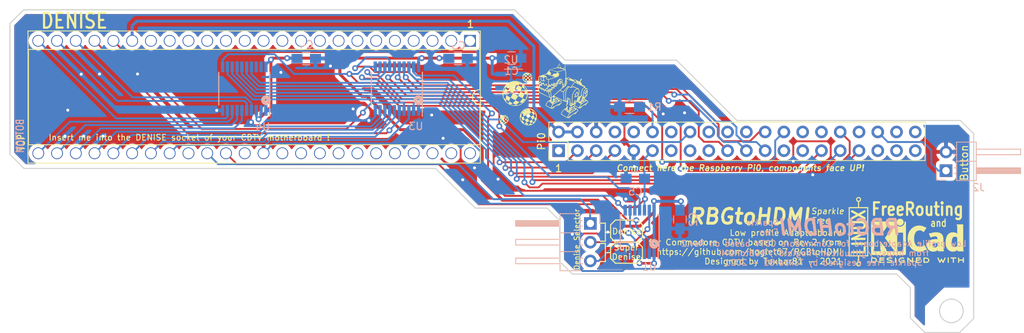
<source format=kicad_pcb>
(kicad_pcb (version 20171130) (host pcbnew 5.1.10-88a1d61d58~88~ubuntu18.04.1)
  (layers (0 F.Cu signal) (31 B.Cu signal) (34 B.Paste user) (35 F.Paste user) (36 B.SilkS user) (37 F.SilkS user) (38 B.Mask user) (39 F.Mask user) (44 Edge.Cuts user))
  (net 0 "")
  (net 1 GND)
  (net 2 DRD7)
  (net 3 B0)
  (net 4 DRD8)
  (net 5 R3)
  (net 6 DRD9)
  (net 7 R2)
  (net 8 DRD10)
  (net 9 R1)
  (net 10 DRD11)
  (net 11 R0)
  (net 12 DRD12)
  (net 13 +5V)
  (net 14 DRD13)
  (net 15 BURST)
  (net 16 DRD14)
  (net 17 RGA1)
  (net 18 DRD15)
  (net 19 RGA2)
  (net 20 M1V)
  (net 21 RGA3)
  (net 22 M0V)
  (net 23 RGA4)
  (net 24 RGA5)
  (net 25 CCK)
  (net 26 RGA6)
  (net 27 RGA7)
  (net 28 RGA8)
  (net 29 PIXELS)
  (net 30 M0H)
  (net 31 M1H)
  (net 32 G3)
  (net 33 DRD0)
  (net 34 G2)
  (net 35 DRD1)
  (net 36 G1)
  (net 37 DRD2)
  (net 38 G0)
  (net 39 DRD3)
  (net 40 B3)
  (net 41 DRD4)
  (net 42 B2)
  (net 43 DRD5)
  (net 44 B1)
  (net 45 DRD6)
  (net 46 "Net-(J1-Pad40)")
  (net 47 "Net-(J1-Pad39)")
  (net 48 "Net-(J1-Pad38)")
  (net 49 "Net-(J1-Pad37)")
  (net 50 "Net-(J1-Pad36)")
  (net 51 "Net-(J1-Pad35)")
  (net 52 "Net-(J1-Pad34)")
  (net 53 PIR3)
  (net 54 PIR2)
  (net 55 PIG0)
  (net 56 "Net-(J1-Pad30)")
  (net 57 PIB3)
  (net 58 "Net-(J1-Pad28)")
  (net 59 "Net-(J1-Pad27)")
  (net 60 PIG1)
  (net 61 "Net-(J1-Pad25)")
  (net 62 PIG2)
  (net 63 "Net-(J1-Pad22)")
  (net 64 PIG3)
  (net 65 "Net-(J1-Pad20)")
  (net 66 PIR0)
  (net 67 "Net-(J1-Pad18)")
  (net 68 "Net-(J1-Pad17)")
  (net 69 PIBLANK)
  (net 70 "Net-(J1-Pad15)")
  (net 71 "Net-(J1-Pad14)")
  (net 72 "Net-(J1-Pad13)")
  (net 73 "Net-(J1-Pad12)")
  (net 74 PICLK)
  (net 75 "Net-(J1-Pad10)")
  (net 76 "Net-(J1-Pad8)")
  (net 77 PIB2)
  (net 78 PIB1)
  (net 79 PIB0)
  (net 80 "Net-(J1-Pad1)")
  (net 81 "Net-(JP1-Pad3)")
  (net 82 "Net-(JP1-Pad2)")
  (net 83 CDAC)
  (net 84 +3V3)
  (net 85 "Net-(U1-Pad11)")
  (net 86 "Net-(U1-Pad3)")
  (net 87 7M)
  (net 88 "Net-(U1-Pad2)")
  (net 89 "Net-(U2-Pad4)")
  (net 90 PIR1)
  (net 91 BLANK)
  (net 92 "Net-(U4-Pad18)")
  (net 93 "Net-(U4-Pad19)")
  (module MegaChip:Silver8 (layer F.Cu) (at 102.28 81.16)
    (fp_text reference G*** hide)
    (fp_text value LOGO hide)
  )
  (module Capacitors_SMD:C_0805_HandSoldering (layer B.Cu) (at 115.37 92.31 180)
    (fp_text reference C5 (at 0 -1.8 180) (layer B.SilkS) (effects (justify mirror)))
    (fp_text value 47pF)
    (pad 2 smd rect (at 1.25 0 180) (size 1.5 1.25) (layers B.Cu B.Paste B.Mask) (net 1 GND))
    (pad 1 smd rect (at -1.25 0 180) (size 1.5 1.25) (layers B.Cu B.Paste B.Mask) (net 74 PICLK))
  )
  (module Housings_SSOP:TSSOP-14_4.4x5mm_Pitch0.65mm (layer B.Cu) (at 115.96 99.58 90)
    (fp_text reference U1 (at -4.73 1.31) (layer B.SilkS) (effects (justify mirror)))
    (fp_text value 74LS86)
    (pad 14 smd rect (at 2.95 1.95 90) (size 1.45 0.45) (layers B.Cu B.Paste B.Mask) (net 84 +3V3))
    (pad 13 smd rect (at 2.95 1.3 90) (size 1.45 0.45) (layers B.Cu B.Paste B.Mask) (net 82 "Net-(JP1-Pad2)"))
    (pad 12 smd rect (at 2.95 0.65 90) (size 1.45 0.45) (layers B.Cu B.Paste B.Mask) (net 74 PICLK))
    (pad 11 smd rect (at 2.95 0 90) (size 1.45 0.45) (layers B.Cu B.Paste B.Mask) (net 85 "Net-(U1-Pad11)"))
    (pad 10 smd rect (at 2.95 -0.65 90) (size 1.45 0.45) (layers B.Cu B.Paste B.Mask) (net 1 GND))
    (pad 9 smd rect (at 2.95 -1.3 90) (size 1.45 0.45) (layers B.Cu B.Paste B.Mask) (net 86 "Net-(U1-Pad3)"))
    (pad 8 smd rect (at 2.95 -1.95 90) (size 1.45 0.45) (layers B.Cu B.Paste B.Mask) (net 74 PICLK))
    (pad 7 smd rect (at -2.95 -1.95 90) (size 1.45 0.45) (layers B.Cu B.Paste B.Mask) (net 1 GND))
    (pad 6 smd rect (at -2.95 -1.3 90) (size 1.45 0.45) (layers B.Cu B.Paste B.Mask) (net 81 "Net-(JP1-Pad3)"))
    (pad 5 smd rect (at -2.95 -0.65 90) (size 1.45 0.45) (layers B.Cu B.Paste B.Mask) (net 87 7M))
    (pad 4 smd rect (at -2.95 0 90) (size 1.45 0.45) (layers B.Cu B.Paste B.Mask) (net 84 +3V3))
    (pad 3 smd rect (at -2.95 0.65 90) (size 1.45 0.45) (layers B.Cu B.Paste B.Mask) (net 86 "Net-(U1-Pad3)"))
    (pad 2 smd rect (at -2.95 1.3 90) (size 1.45 0.45) (layers B.Cu B.Paste B.Mask) (net 88 "Net-(U1-Pad2)"))
    (pad 1 smd rect (at -2.95 1.95 90) (size 1.45 0.45) (layers B.Cu B.Paste B.Mask) (net 84 +3V3))
  )
  (module Symbols:KiCad-Logo2_6mm_SilkScreen (layer F.Cu) (at 153.55 100.77)
    (fp_text reference REF*** hide)
    (fp_text value KiCad-Logo2_6mm_SilkScreen hide)
  )
  (module Capacitors_SMD:C_0805_HandSoldering (layer B.Cu) (at 98.63 76.03)
    (fp_text reference C1 (at 0 1.75) (layer B.SilkS) (effects (justify mirror)))
    (fp_text value 1uF)
    (pad 2 smd rect (at 1.25 0) (size 1.5 1.25) (layers B.Cu B.Paste B.Mask) (net 1 GND))
    (pad 1 smd rect (at -1.25 0) (size 1.5 1.25) (layers B.Cu B.Paste B.Mask) (net 84 +3V3))
  )
  (module Capacitors_SMD:C_0805_HandSoldering (layer B.Cu) (at 121.41 97.88 270)
    (fp_text reference C2 (at 0 -1.8 270) (layer B.SilkS) (effects (justify mirror)))
    (fp_text value 100nF)
    (pad 1 smd rect (at -1.25 0 270) (size 1.5 1.25) (layers B.Cu B.Paste B.Mask) (net 84 +3V3))
    (pad 2 smd rect (at 1.25 0 270) (size 1.5 1.25) (layers B.Cu B.Paste B.Mask) (net 1 GND))
  )
  (module Capacitors_SMD:C_0805_HandSoldering (layer B.Cu) (at 91.39 76.07)
    (fp_text reference C3 (at 0.05 -1.75 180) (layer B.SilkS) (effects (justify mirror)))
    (fp_text value 100nF)
    (pad 2 smd rect (at 1.25 0) (size 1.5 1.25) (layers B.Cu B.Paste B.Mask) (net 1 GND))
    (pad 1 smd rect (at -1.25 0) (size 1.5 1.25) (layers B.Cu B.Paste B.Mask) (net 84 +3V3))
  )
  (module Capacitors_SMD:C_0805_HandSoldering (layer B.Cu) (at 70.85 76.08)
    (fp_text reference C4 (at 0 -1.9 180) (layer B.SilkS) (effects (justify mirror)))
    (fp_text value 100nF)
    (pad 1 smd rect (at -1.25 0) (size 1.5 1.25) (layers B.Cu B.Paste B.Mask) (net 84 +3V3))
    (pad 2 smd rect (at 1.25 0) (size 1.5 1.25) (layers B.Cu B.Paste B.Mask) (net 1 GND))
  )
  (module Housings_DIP:DIP-48_W15.24mm_Socket (layer F.Cu) (at 93.01 73.68 270)
    (fp_text reference DENISE (at -2.7 53.55 180) (layer F.SilkS) (effects (font (size 2 1.7) (thickness 0.3))))
    (fp_text value DENISE_DIP-LABEL)
    (pad 48 thru_hole oval (at 15.24 0 270) (size 1.6 1.6) (drill 1.36) (layers *.Cu *.Mask) (net 2 DRD7))
    (pad 24 thru_hole oval (at 0 58.42 270) (size 1.6 1.6) (drill 1.36) (layers *.Cu *.Mask) (net 3 B0))
    (pad 47 thru_hole oval (at 15.24 2.54 270) (size 1.6 1.6) (drill 1.36) (layers *.Cu *.Mask) (net 4 DRD8))
    (pad 23 thru_hole oval (at 0 55.88 270) (size 1.6 1.6) (drill 1.36) (layers *.Cu *.Mask) (net 5 R3))
    (pad 46 thru_hole oval (at 15.24 5.08 270) (size 1.6 1.6) (drill 1.36) (layers *.Cu *.Mask) (net 6 DRD9))
    (pad 22 thru_hole oval (at 0 53.34 270) (size 1.6 1.6) (drill 1.36) (layers *.Cu *.Mask) (net 7 R2))
    (pad 45 thru_hole oval (at 15.24 7.62 270) (size 1.6 1.6) (drill 1.36) (layers *.Cu *.Mask) (net 8 DRD10))
    (pad 21 thru_hole oval (at 0 50.8 270) (size 1.6 1.6) (drill 1.36) (layers *.Cu *.Mask) (net 9 R1))
    (pad 44 thru_hole oval (at 15.24 10.16 270) (size 1.6 1.6) (drill 1.36) (layers *.Cu *.Mask) (net 10 DRD11))
    (pad 20 thru_hole oval (at 0 48.26 270) (size 1.6 1.6) (drill 1.36) (layers *.Cu *.Mask) (net 11 R0))
    (pad 43 thru_hole oval (at 15.24 12.7 270) (size 1.6 1.6) (drill 1.36) (layers *.Cu *.Mask) (net 12 DRD12))
    (pad 19 thru_hole oval (at 0 45.72 270) (size 1.6 1.6) (drill 1.36) (layers *.Cu *.Mask) (net 13 +5V))
    (pad 42 thru_hole oval (at 15.24 15.24 270) (size 1.6 1.6) (drill 1.36) (layers *.Cu *.Mask) (net 14 DRD13))
    (pad 18 thru_hole oval (at 0 43.18 270) (size 1.6 1.6) (drill 1.36) (layers *.Cu *.Mask) (net 15 BURST))
    (pad 41 thru_hole oval (at 15.24 17.78 270) (size 1.6 1.6) (drill 1.36) (layers *.Cu *.Mask) (net 16 DRD14))
    (pad 17 thru_hole oval (at 0 40.64 270) (size 1.6 1.6) (drill 1.36) (layers *.Cu *.Mask) (net 17 RGA1))
    (pad 40 thru_hole oval (at 15.24 20.32 270) (size 1.6 1.6) (drill 1.36) (layers *.Cu *.Mask) (net 18 DRD15))
    (pad 16 thru_hole oval (at 0 38.1 270) (size 1.6 1.6) (drill 1.36) (layers *.Cu *.Mask) (net 19 RGA2))
    (pad 39 thru_hole oval (at 15.24 22.86 270) (size 1.6 1.6) (drill 1.36) (layers *.Cu *.Mask) (net 20 M1V))
    (pad 15 thru_hole oval (at 0 35.56 270) (size 1.6 1.6) (drill 1.36) (layers *.Cu *.Mask) (net 21 RGA3))
    (pad 38 thru_hole oval (at 15.24 25.4 270) (size 1.6 1.6) (drill 1.36) (layers *.Cu *.Mask) (net 22 M0V))
    (pad 14 thru_hole oval (at 0 33.02 270) (size 1.6 1.6) (drill 1.36) (layers *.Cu *.Mask) (net 23 RGA4))
    (pad 37 thru_hole oval (at 15.24 27.94 270) (size 1.6 1.6) (drill 1.36) (layers *.Cu *.Mask) (net 1 GND))
    (pad 13 thru_hole oval (at 0 30.48 270) (size 1.6 1.6) (drill 1.36) (layers *.Cu *.Mask) (net 24 RGA5))
    (pad 36 thru_hole oval (at 15.24 30.48 270) (size 1.6 1.6) (drill 1.36) (layers *.Cu *.Mask) (net 25 CCK))
    (pad 12 thru_hole oval (at 0 27.94 270) (size 1.6 1.6) (drill 1.36) (layers *.Cu *.Mask) (net 26 RGA6))
    (pad 35 thru_hole oval (at 15.24 33.02 270) (size 1.6 1.6) (drill 1.36) (layers *.Cu *.Mask) (net 87 7M))
    (pad 11 thru_hole oval (at 0 25.4 270) (size 1.6 1.6) (drill 1.36) (layers *.Cu *.Mask) (net 27 RGA7))
    (pad 34 thru_hole oval (at 15.24 35.56 270) (size 1.6 1.6) (drill 1.36) (layers *.Cu *.Mask) (net 83 CDAC))
    (pad 10 thru_hole oval (at 0 22.86 270) (size 1.6 1.6) (drill 1.36) (layers *.Cu *.Mask) (net 28 RGA8))
    (pad 33 thru_hole oval (at 15.24 38.1 270) (size 1.6 1.6) (drill 1.36) (layers *.Cu *.Mask) (net 29 PIXELS))
    (pad 9 thru_hole oval (at 0 20.32 270) (size 1.6 1.6) (drill 1.36) (layers *.Cu *.Mask) (net 30 M0H))
    (pad 32 thru_hole oval (at 15.24 40.64 270) (size 1.6 1.6) (drill 1.36) (layers *.Cu *.Mask) (net 91 BLANK))
    (pad 8 thru_hole oval (at 0 17.78 270) (size 1.6 1.6) (drill 1.36) (layers *.Cu *.Mask) (net 31 M1H))
    (pad 31 thru_hole oval (at 15.24 43.18 270) (size 1.6 1.6) (drill 1.36) (layers *.Cu *.Mask) (net 32 G3))
    (pad 7 thru_hole oval (at 0 15.24 270) (size 1.6 1.6) (drill 1.36) (layers *.Cu *.Mask) (net 33 DRD0))
    (pad 30 thru_hole oval (at 15.24 45.72 270) (size 1.6 1.6) (drill 1.36) (layers *.Cu *.Mask) (net 34 G2))
    (pad 6 thru_hole oval (at 0 12.7 270) (size 1.6 1.6) (drill 1.36) (layers *.Cu *.Mask) (net 35 DRD1))
    (pad 29 thru_hole oval (at 15.24 48.26 270) (size 1.6 1.6) (drill 1.36) (layers *.Cu *.Mask) (net 36 G1))
    (pad 5 thru_hole oval (at 0 10.16 270) (size 1.6 1.6) (drill 1.36) (layers *.Cu *.Mask) (net 37 DRD2))
    (pad 28 thru_hole oval (at 15.24 50.8 270) (size 1.6 1.6) (drill 1.36) (layers *.Cu *.Mask) (net 38 G0))
    (pad 4 thru_hole oval (at 0 7.62 270) (size 1.6 1.6) (drill 1.36) (layers *.Cu *.Mask) (net 39 DRD3))
    (pad 27 thru_hole oval (at 15.24 53.34 270) (size 1.6 1.6) (drill 1.36) (layers *.Cu *.Mask) (net 40 B3))
    (pad 3 thru_hole oval (at 0 5.08 270) (size 1.6 1.6) (drill 1.36) (layers *.Cu *.Mask) (net 41 DRD4))
    (pad 26 thru_hole oval (at 15.24 55.88 270) (size 1.6 1.6) (drill 1.36) (layers *.Cu *.Mask) (net 42 B2))
    (pad 2 thru_hole oval (at 0 2.54 270) (size 1.6 1.6) (drill 1.36) (layers *.Cu *.Mask) (net 43 DRD5))
    (pad 25 thru_hole oval (at 15.24 58.42 270) (size 1.6 1.6) (drill 1.36) (layers *.Cu *.Mask) (net 44 B1))
    (pad 1 thru_hole rect (at 0 0 270) (size 1.6 1.6) (drill 1.36) (layers *.Cu *.Mask) (net 45 DRD6))
  )
  (module Pin_Headers:Pin_Header_Straight_2x20_Pitch2.54mm (layer F.Cu) (at 105 88.57 90)
    (fp_text reference Pi0 (at 1.27 -2.33 90) (layer F.SilkS))
    (fp_text value Conn_02x20_Odd_Even)
    (pad 40 thru_hole oval (at 2.54 48.26 90) (size 1.7 1.7) (drill 1) (layers *.Cu *.Mask) (net 46 "Net-(J1-Pad40)"))
    (pad 39 thru_hole oval (at 0 48.26 90) (size 1.7 1.7) (drill 1) (layers *.Cu *.Mask) (net 47 "Net-(J1-Pad39)"))
    (pad 38 thru_hole oval (at 2.54 45.72 90) (size 1.7 1.7) (drill 1) (layers *.Cu *.Mask) (net 48 "Net-(J1-Pad38)"))
    (pad 37 thru_hole oval (at 0 45.72 90) (size 1.7 1.7) (drill 1) (layers *.Cu *.Mask) (net 49 "Net-(J1-Pad37)"))
    (pad 36 thru_hole oval (at 2.54 43.18 90) (size 1.7 1.7) (drill 1) (layers *.Cu *.Mask) (net 50 "Net-(J1-Pad36)"))
    (pad 35 thru_hole oval (at 0 43.18 90) (size 1.7 1.7) (drill 1) (layers *.Cu *.Mask) (net 51 "Net-(J1-Pad35)"))
    (pad 34 thru_hole oval (at 2.54 40.64 90) (size 1.7 1.7) (drill 1) (layers *.Cu *.Mask) (net 52 "Net-(J1-Pad34)"))
    (pad 33 thru_hole oval (at 0 40.64 90) (size 1.7 1.7) (drill 1) (layers *.Cu *.Mask) (net 53 PIR3))
    (pad 32 thru_hole oval (at 2.54 38.1 90) (size 1.7 1.7) (drill 1) (layers *.Cu *.Mask) (net 54 PIR2))
    (pad 31 thru_hole oval (at 0 38.1 90) (size 1.7 1.7) (drill 1) (layers *.Cu *.Mask) (net 55 PIG0))
    (pad 30 thru_hole oval (at 2.54 35.56 90) (size 1.7 1.7) (drill 1) (layers *.Cu *.Mask) (net 56 "Net-(J1-Pad30)"))
    (pad 29 thru_hole oval (at 0 35.56 90) (size 1.7 1.7) (drill 1) (layers *.Cu *.Mask) (net 57 PIB3))
    (pad 28 thru_hole oval (at 2.54 33.02 90) (size 1.7 1.7) (drill 1) (layers *.Cu *.Mask) (net 58 "Net-(J1-Pad28)"))
    (pad 27 thru_hole oval (at 0 33.02 90) (size 1.7 1.7) (drill 1) (layers *.Cu *.Mask) (net 59 "Net-(J1-Pad27)"))
    (pad 26 thru_hole oval (at 2.54 30.48 90) (size 1.7 1.7) (drill 1) (layers *.Cu *.Mask) (net 60 PIG1))
    (pad 25 thru_hole oval (at 0 30.48 90) (size 1.7 1.7) (drill 1) (layers *.Cu *.Mask) (net 61 "Net-(J1-Pad25)"))
    (pad 24 thru_hole oval (at 2.54 27.94 90) (size 1.7 1.7) (drill 1) (layers *.Cu *.Mask) (net 62 PIG2))
    (pad 23 thru_hole oval (at 0 27.94 90) (size 1.7 1.7) (drill 1) (layers *.Cu *.Mask) (net 90 PIR1))
    (pad 22 thru_hole oval (at 2.54 25.4 90) (size 1.7 1.7) (drill 1) (layers *.Cu *.Mask) (net 63 "Net-(J1-Pad22)"))
    (pad 21 thru_hole oval (at 0 25.4 90) (size 1.7 1.7) (drill 1) (layers *.Cu *.Mask) (net 64 PIG3))
    (pad 20 thru_hole oval (at 2.54 22.86 90) (size 1.7 1.7) (drill 1) (layers *.Cu *.Mask) (net 65 "Net-(J1-Pad20)"))
    (pad 19 thru_hole oval (at 0 22.86 90) (size 1.7 1.7) (drill 1) (layers *.Cu *.Mask) (net 66 PIR0))
    (pad 18 thru_hole oval (at 2.54 20.32 90) (size 1.7 1.7) (drill 1) (layers *.Cu *.Mask) (net 67 "Net-(J1-Pad18)"))
    (pad 17 thru_hole oval (at 0 20.32 90) (size 1.7 1.7) (drill 1) (layers *.Cu *.Mask) (net 68 "Net-(J1-Pad17)"))
    (pad 16 thru_hole oval (at 2.54 17.78 90) (size 1.7 1.7) (drill 1) (layers *.Cu *.Mask) (net 69 PIBLANK))
    (pad 15 thru_hole oval (at 0 17.78 90) (size 1.7 1.7) (drill 1) (layers *.Cu *.Mask) (net 70 "Net-(J1-Pad15)"))
    (pad 14 thru_hole oval (at 2.54 15.24 90) (size 1.7 1.7) (drill 1) (layers *.Cu *.Mask) (net 71 "Net-(J1-Pad14)"))
    (pad 13 thru_hole oval (at 0 15.24 90) (size 1.7 1.7) (drill 1) (layers *.Cu *.Mask) (net 72 "Net-(J1-Pad13)"))
    (pad 12 thru_hole oval (at 2.54 12.7 90) (size 1.7 1.7) (drill 1) (layers *.Cu *.Mask) (net 73 "Net-(J1-Pad12)"))
    (pad 11 thru_hole oval (at 0 12.7 90) (size 1.7 1.7) (drill 1) (layers *.Cu *.Mask) (net 74 PICLK))
    (pad 10 thru_hole oval (at 2.54 10.16 90) (size 1.7 1.7) (drill 1) (layers *.Cu *.Mask) (net 75 "Net-(J1-Pad10)"))
    (pad 9 thru_hole oval (at 0 10.16 90) (size 1.7 1.7) (drill 1) (layers *.Cu *.Mask) (net 1 GND))
    (pad 8 thru_hole oval (at 2.54 7.62 90) (size 1.7 1.7) (drill 1) (layers *.Cu *.Mask) (net 76 "Net-(J1-Pad8)"))
    (pad 7 thru_hole oval (at 0 7.62 90) (size 1.7 1.7) (drill 1) (layers *.Cu *.Mask) (net 77 PIB2))
    (pad 6 thru_hole oval (at 2.54 5.08 90) (size 1.7 1.7) (drill 1) (layers *.Cu *.Mask) (net 1 GND))
    (pad 5 thru_hole oval (at 0 5.08 90) (size 1.7 1.7) (drill 1) (layers *.Cu *.Mask) (net 78 PIB1))
    (pad 4 thru_hole oval (at 2.54 2.54 90) (size 1.7 1.7) (drill 1) (layers *.Cu *.Mask) (net 13 +5V))
    (pad 3 thru_hole oval (at 0 2.54 90) (size 1.7 1.7) (drill 1) (layers *.Cu *.Mask) (net 79 PIB0))
    (pad 2 thru_hole oval (at 2.54 0 90) (size 1.7 1.7) (drill 1) (layers *.Cu *.Mask) (net 13 +5V))
    (pad 1 thru_hole rect (at 0 0 90) (size 1.7 1.7) (drill 1) (layers *.Cu *.Mask) (net 80 "Net-(J1-Pad1)"))
  )
  (module Pin_Headers:Pin_Header_Angled_1x02_Pitch2.54mm (layer B.Cu) (at 157.41 91.28)
    (fp_text reference J2 (at 4.385 2.27) (layer B.SilkS) (effects (justify mirror)))
    (fp_text value Conn_01x02)
    (pad 2 thru_hole oval (at 0 -2.54) (size 1.7 1.7) (drill 1) (layers *.Cu *.Mask) (net 1 GND))
    (pad 1 thru_hole rect (at 0 0) (size 1.7 1.7) (drill 1) (layers *.Cu *.Mask) (net 50 "Net-(J1-Pad36)"))
  )
  (module Pin_Headers:Pin_Header_Angled_1x03_Pitch2.54mm (layer B.Cu) (at 109.29 98.43 180)
    (fp_text reference "Denise Selector" (at 1.83 -2.17 90) (layer F.SilkS) (effects (font (size 0.7 0.7) (thickness 0.12))))
    (fp_text value JUMPER3)
    (pad 3 thru_hole oval (at 0 -5.08 180) (size 1.7 1.7) (drill 1) (layers *.Cu *.Mask) (net 81 "Net-(JP1-Pad3)"))
    (pad 2 thru_hole oval (at 0 -2.54 180) (size 1.7 1.7) (drill 1) (layers *.Cu *.Mask) (net 82 "Net-(JP1-Pad2)"))
    (pad 1 thru_hole rect (at 0 0 180) (size 1.7 1.7) (drill 1) (layers *.Cu *.Mask) (net 83 CDAC))
  )
  (module Resistors_SMD:R_0805_HandSoldering (layer B.Cu) (at 114.6 82.64 180)
    (fp_text reference R1 (at -3.35 0) (layer B.SilkS) (effects (justify mirror)))
    (fp_text value 3K3)
    (pad 2 smd rect (at 1.35 0 180) (size 1.5 1.3) (layers B.Cu B.Paste B.Mask) (net 1 GND))
    (pad 1 smd rect (at -1.35 0 180) (size 1.5 1.3) (layers B.Cu B.Paste B.Mask) (net 73 "Net-(J1-Pad12)"))
  )
  (module TO_SOT_Packages_SMD:SOT-23-5_HandSoldering (layer B.Cu) (at 98.56 79.14 180)
    (fp_text reference U2 (at 0 2.9) (layer B.SilkS) (effects (justify mirror)))
    (fp_text value TLV70033_SOT23-5)
    (pad 5 smd rect (at 1.35 0.95 180) (size 1.56 0.65) (layers B.Cu B.Paste B.Mask) (net 84 +3V3))
    (pad 4 smd rect (at 1.35 -0.95 180) (size 1.56 0.65) (layers B.Cu B.Paste B.Mask) (net 89 "Net-(U2-Pad4)"))
    (pad 3 smd rect (at -1.35 -0.95 180) (size 1.56 0.65) (layers B.Cu B.Paste B.Mask) (net 13 +5V))
    (pad 2 smd rect (at -1.35 0 180) (size 1.56 0.65) (layers B.Cu B.Paste B.Mask) (net 1 GND))
    (pad 1 smd rect (at -1.35 0.95 180) (size 1.56 0.65) (layers B.Cu B.Paste B.Mask) (net 13 +5V))
  )
  (module Housings_SSOP:TSSOP-20_4.4x6.5mm_Pitch0.65mm (layer B.Cu) (at 83.11 80.16 90)
    (fp_text reference U3 (at -5.1 2.57) (layer B.SilkS) (effects (justify mirror)))
    (fp_text value 74LS86)
    (pad 20 smd rect (at 2.95 2.925 90) (size 1.45 0.45) (layers B.Cu B.Paste B.Mask) (net 84 +3V3))
    (pad 19 smd rect (at 2.95 2.275 90) (size 1.45 0.45) (layers B.Cu B.Paste B.Mask) (net 88 "Net-(U1-Pad2)"))
    (pad 18 smd rect (at 2.95 1.625 90) (size 1.45 0.45) (layers B.Cu B.Paste B.Mask) (net 69 PIBLANK))
    (pad 17 smd rect (at 2.95 0.975 90) (size 1.45 0.45) (layers B.Cu B.Paste B.Mask) (net 66 PIR0))
    (pad 16 smd rect (at 2.95 0.325 90) (size 1.45 0.45) (layers B.Cu B.Paste B.Mask) (net 90 PIR1))
    (pad 15 smd rect (at 2.95 -0.325 90) (size 1.45 0.45) (layers B.Cu B.Paste B.Mask) (net 64 PIG3))
    (pad 14 smd rect (at 2.95 -0.975 90) (size 1.45 0.45) (layers B.Cu B.Paste B.Mask) (net 62 PIG2))
    (pad 13 smd rect (at 2.95 -1.625 90) (size 1.45 0.45) (layers B.Cu B.Paste B.Mask) (net 60 PIG1))
    (pad 12 smd rect (at 2.95 -2.275 90) (size 1.45 0.45) (layers B.Cu B.Paste B.Mask) (net 55 PIG0))
    (pad 11 smd rect (at 2.95 -2.925 90) (size 1.45 0.45) (layers B.Cu B.Paste B.Mask) (net 85 "Net-(U1-Pad11)"))
    (pad 10 smd rect (at -2.95 -2.925 90) (size 1.45 0.45) (layers B.Cu B.Paste B.Mask) (net 1 GND))
    (pad 9 smd rect (at -2.95 -2.275 90) (size 1.45 0.45) (layers B.Cu B.Paste B.Mask) (net 38 G0))
    (pad 8 smd rect (at -2.95 -1.625 90) (size 1.45 0.45) (layers B.Cu B.Paste B.Mask) (net 36 G1))
    (pad 7 smd rect (at -2.95 -0.975 90) (size 1.45 0.45) (layers B.Cu B.Paste B.Mask) (net 34 G2))
    (pad 6 smd rect (at -2.95 -0.325 90) (size 1.45 0.45) (layers B.Cu B.Paste B.Mask) (net 32 G3))
    (pad 5 smd rect (at -2.95 0.325 90) (size 1.45 0.45) (layers B.Cu B.Paste B.Mask) (net 9 R1))
    (pad 4 smd rect (at -2.95 0.975 90) (size 1.45 0.45) (layers B.Cu B.Paste B.Mask) (net 11 R0))
    (pad 3 smd rect (at -2.95 1.625 90) (size 1.45 0.45) (layers B.Cu B.Paste B.Mask) (net 91 BLANK))
    (pad 2 smd rect (at -2.95 2.275 90) (size 1.45 0.45) (layers B.Cu B.Paste B.Mask) (net 74 PICLK))
    (pad 1 smd rect (at -2.95 2.925 90) (size 1.45 0.45) (layers B.Cu B.Paste B.Mask) (net 1 GND))
  )
  (module Housings_SSOP:TSSOP-20_4.4x6.5mm_Pitch0.65mm (layer B.Cu) (at 62.46 80.16 90)
    (fp_text reference U4 (at -5.19 2.49 180) (layer B.SilkS) (effects (justify mirror)))
    (fp_text value 74LS86)
    (pad 1 smd rect (at -2.95 2.925 90) (size 1.45 0.45) (layers B.Cu B.Paste B.Mask) (net 1 GND))
    (pad 2 smd rect (at -2.95 2.275 90) (size 1.45 0.45) (layers B.Cu B.Paste B.Mask) (net 84 +3V3))
    (pad 3 smd rect (at -2.95 1.625 90) (size 1.45 0.45) (layers B.Cu B.Paste B.Mask) (net 84 +3V3))
    (pad 4 smd rect (at -2.95 0.975 90) (size 1.45 0.45) (layers B.Cu B.Paste B.Mask) (net 7 R2))
    (pad 5 smd rect (at -2.95 0.325 90) (size 1.45 0.45) (layers B.Cu B.Paste B.Mask) (net 5 R3))
    (pad 6 smd rect (at -2.95 -0.325 90) (size 1.45 0.45) (layers B.Cu B.Paste B.Mask) (net 40 B3))
    (pad 7 smd rect (at -2.95 -0.975 90) (size 1.45 0.45) (layers B.Cu B.Paste B.Mask) (net 42 B2))
    (pad 8 smd rect (at -2.95 -1.625 90) (size 1.45 0.45) (layers B.Cu B.Paste B.Mask) (net 44 B1))
    (pad 9 smd rect (at -2.95 -2.275 90) (size 1.45 0.45) (layers B.Cu B.Paste B.Mask) (net 3 B0))
    (pad 10 smd rect (at -2.95 -2.925 90) (size 1.45 0.45) (layers B.Cu B.Paste B.Mask) (net 1 GND))
    (pad 11 smd rect (at 2.95 -2.925 90) (size 1.45 0.45) (layers B.Cu B.Paste B.Mask) (net 85 "Net-(U1-Pad11)"))
    (pad 12 smd rect (at 2.95 -2.275 90) (size 1.45 0.45) (layers B.Cu B.Paste B.Mask) (net 79 PIB0))
    (pad 13 smd rect (at 2.95 -1.625 90) (size 1.45 0.45) (layers B.Cu B.Paste B.Mask) (net 78 PIB1))
    (pad 14 smd rect (at 2.95 -0.975 90) (size 1.45 0.45) (layers B.Cu B.Paste B.Mask) (net 77 PIB2))
    (pad 15 smd rect (at 2.95 -0.325 90) (size 1.45 0.45) (layers B.Cu B.Paste B.Mask) (net 57 PIB3))
    (pad 16 smd rect (at 2.95 0.325 90) (size 1.45 0.45) (layers B.Cu B.Paste B.Mask) (net 53 PIR3))
    (pad 17 smd rect (at 2.95 0.975 90) (size 1.45 0.45) (layers B.Cu B.Paste B.Mask) (net 54 PIR2))
    (pad 18 smd rect (at 2.95 1.625 90) (size 1.45 0.45) (layers B.Cu B.Paste B.Mask) (net 92 "Net-(U4-Pad18)"))
    (pad 19 smd rect (at 2.95 2.275 90) (size 1.45 0.45) (layers B.Cu B.Paste B.Mask) (net 93 "Net-(U4-Pad19)"))
    (pad 20 smd rect (at 2.95 2.925 90) (size 1.45 0.45) (layers B.Cu B.Paste B.Mask) (net 84 +3V3))
  )
  (gr_line (start 105.14 98.06) (end 103.43 96.35) (layer Edge.Cuts) (width 0.15))
  (gr_line (start 105.14 98.06) (end 105.14 103.57) (layer Edge.Cuts) (width 0.15))
  (gr_line (start 105.87 76.3) (end 99.05 69.48) (layer Edge.Cuts) (width 0.15))
  (gr_line (start 120.94 76.3) (end 105.87 76.3) (layer Edge.Cuts) (width 0.15))
  (gr_circle (center 145.58 95.18) (end 145.84 95.2) (layer F.SilkS) (width 0.15))
  (gr_circle (center 145.58 103.93) (end 145.84 103.95) (layer F.SilkS) (width 0.15))
  (gr_line (start 145.58 103.66) (end 145.58 102.82) (layer F.SilkS) (width 0.15))
  (gr_line (start 145.58 96.28) (end 145.58 95.440768) (layer F.SilkS) (width 0.15))
  (gr_line (start 144.32 102.82) (end 144.32 96.29) (layer F.SilkS) (width 0.15))
  (gr_line (start 146.82 102.82) (end 144.32 102.82) (layer F.SilkS) (width 0.15))
  (gr_line (start 146.82 96.29) (end 146.82 102.82) (layer F.SilkS) (width 0.15))
  (gr_line (start 144.33 96.29) (end 146.82 96.29) (layer F.SilkS) (width 0.15))
  (gr_text LINUX (at 145.63 99.62 90) (layer F.SilkS) (effects (font (size 1.7 1.4) (thickness 0.3))))
  (gr_text BOTTOM (at 32.12 86.57 90) (layer B.SilkS) (effects (font (size 1 0.8)) (justify mirror)))
  (gr_text TOP (at 32.26 87.46 90) (layer F.SilkS) (effects (font (size 1 0.8))))
  (gr_text 1 (at 93.08 71.42) (layer F.SilkS) (effects (font (size 1 1))))
  (gr_text and (at 156.4 98.37) (layer F.SilkS) (effects (font (size 1 0.8))))
  (gr_text FreeRouting (at 153.55 96.5) (layer F.SilkS) (effects (font (size 1.7 1.4) (thickness 0.3))))
  (gr_text "Connect here the Raspberry Pi0, components face UP!" (at 129.59 90.91) (layer F.SilkS) (effects (font (size 0.8 0.8) (thickness 0.15) italic)))
  (gr_line (start 106.85 105.28) (end 105.14 103.57) (layer Edge.Cuts) (width 0.15))
  (gr_line (start 129.12 84.48) (end 159.36 84.48) (layer Edge.Cuts) (width 0.15))
  (gr_line (start 129.12 84.48) (end 120.94 76.3) (layer Edge.Cuts) (width 0.15))
  (gr_text "Sparkle\nFree " (at 134.9 98.96) (layer B.SilkS) (effects (font (size 0.8 0.8) (thickness 0.12) italic) (justify left mirror)))
  (gr_text "Sparkle\nFree " (at 139.09 97.41) (layer F.SilkS) (effects (font (size 0.8 0.8) (thickness 0.12) italic) (justify left)))
  (gr_line (start 152.59 107.14) (end 150.73 105.28) (layer Edge.Cuts) (width 0.15))
  (gr_line (start 152.59 111.25) (end 152.59 107.14) (layer Edge.Cuts) (width 0.15))
  (gr_line (start 154.55 113.21) (end 152.59 111.25) (layer Edge.Cuts) (width 0.15))
  (gr_line (start 159.25 113.21) (end 154.55 113.21) (layer Edge.Cuts) (width 0.15))
  (gr_line (start 161.16 111.32) (end 159.25 113.21) (layer Edge.Cuts) (width 0.15))
  (gr_circle (center 158.14 110.28) (end 159.74 110.28) (layer Edge.Cuts) (width 0.15))
  (gr_circle (center 65.39 81.73) (end 65.54 81.73) (layer B.SilkS) (width 0.5))
  (gr_circle (center 86.02 81.72) (end 86.17 81.72) (layer B.SilkS) (width 0.5))
  (gr_circle (center 117.92 101.2) (end 118.07 101.2) (layer B.SilkS) (width 0.5))
  (gr_text RBGtoHDMI (at 143.1 98.97) (layer B.SilkS) (effects (font (size 2 2) (thickness 0.4) italic) (justify mirror)))
  (gr_text RBGtoHDMI (at 130.85 97.49) (layer F.SilkS) (effects (font (size 2 2) (thickness 0.4) italic)))
  (gr_text "Insert me into the DENISE socket of your CDTV motherboard !" (at 55.01 86.78) (layer F.SilkS) (effects (font (size 0.8 0.8) (thickness 0.12))))
  (gr_text Button (at 159.88 90.22 90) (layer F.SilkS) (effects (font (size 1 1))))
  (gr_line (start 116.33 103.17) (end 116.33 101.62) (layer F.SilkS) (width 0.15))
  (gr_line (start 112.03 101.62) (end 112.03 103.17) (layer F.SilkS) (width 0.15))
  (gr_line (start 112.03 100.32) (end 112.68 100.97) (layer F.SilkS) (width 0.15))
  (gr_line (start 116.33 100.32) (end 115.68 100.97) (layer F.SilkS) (width 0.15))
  (gr_line (start 112.03 101.62) (end 112.68 100.97) (layer F.SilkS) (width 0.15))
  (gr_line (start 115.68 100.97) (end 116.33 101.62) (layer F.SilkS) (width 0.15))
  (gr_line (start 112.03 98.62) (end 112.68 97.97) (layer F.SilkS) (width 0.15))
  (gr_line (start 115.68 97.97) (end 116.33 98.62) (layer F.SilkS) (width 0.15))
  (gr_line (start 112.03 103.17) (end 112.68 103.82) (layer F.SilkS) (width 0.15))
  (gr_line (start 116.33 103.17) (end 115.68 103.82) (layer F.SilkS) (width 0.15))
  (gr_line (start 111.32 101.14) (end 111.32 103.59) (layer F.SilkS) (width 0.15))
  (gr_line (start 112.03 102.39) (end 111.32 102.39) (layer F.SilkS) (width 0.15))
  (gr_line (start 111.32 101.14) (end 110.67 101.14) (layer F.SilkS) (width 0.15))
  (gr_line (start 110.67 103.59) (end 111.32 103.59) (layer F.SilkS) (width 0.15))
  (gr_line (start 112.02 99.64) (end 111.32 99.64) (layer F.SilkS) (width 0.15))
  (gr_line (start 110.67 100.84) (end 111.32 100.84) (layer F.SilkS) (width 0.15))
  (gr_line (start 111.32 98.39) (end 111.32 100.84) (layer F.SilkS) (width 0.15))
  (gr_line (start 111.32 98.39) (end 110.67 98.39) (layer F.SilkS) (width 0.15))
  (gr_line (start 112.68 100.97) (end 115.73 100.97) (layer F.SilkS) (width 0.15))
  (gr_line (start 112.03 100.32) (end 112.03 98.62) (layer F.SilkS) (width 0.15))
  (gr_line (start 115.68 103.82) (end 112.68 103.82) (layer F.SilkS) (width 0.15))
  (gr_line (start 116.33 98.62) (end 116.33 100.32) (layer F.SilkS) (width 0.15))
  (gr_line (start 112.68 97.97) (end 115.68 97.97) (layer F.SilkS) (width 0.15))
  (gr_text Denise (at 114.2 99.5) (layer F.SilkS) (effects (font (size 0.8 0.8) (thickness 0.12))))
  (gr_text "Super\nDenise" (at 114.16 102.31) (layer F.SilkS) (effects (font (size 0.8 0.8) (thickness 0.12))))
  (gr_text 1 (at 104.99 90.97) (layer F.SilkS) (effects (font (size 1 1))))
  (gr_text "Low profile Adapterboard for Commodore CDTV based on Rev.2\nfrom https://github.com/hoglet67/RGBtoHDMI\nSparkle Free designed by Tuxbar81 - 2021" (at 140.86 102.45) (layer B.SilkS) (effects (font (size 0.8 0.8) (thickness 0.12)) (justify mirror)))
  (gr_text "Low profile Adapterboard\nfor Commodore CDTV based on Rev.2 from\nhttps://github.com/hoglet67/RGBtoHDMI\nDesigned by Tuxbar81 - 2021" (at 143.43 101.63) (layer F.SilkS) (effects (font (size 0.8 0.8) (thickness 0.12)) (justify right)))
  (gr_line (start 32.66 90.98) (end 30.76 89.08) (layer Edge.Cuts) (width 0.15))
  (gr_line (start 30.76 71.33) (end 32.61 69.48) (layer Edge.Cuts) (width 0.15))
  (gr_line (start 161.16 86.28) (end 159.36 84.48) (layer Edge.Cuts) (width 0.15))
  (gr_line (start 93.72 96.35) (end 88.35 90.98) (layer Edge.Cuts) (width 0.15))
  (gr_line (start 99.05 69.48) (end 32.61 69.48) (layer Edge.Cuts) (width 0.15))
  (gr_line (start 161.16 111.32) (end 161.16 86.28) (layer Edge.Cuts) (width 0.15))
  (gr_line (start 106.85 105.28) (end 150.73 105.28) (layer Edge.Cuts) (width 0.15))
  (gr_line (start 93.72 96.35) (end 103.43 96.35) (layer Edge.Cuts) (width 0.15))
  (gr_line (start 32.66 90.98) (end 88.35 90.98) (layer Edge.Cuts) (width 0.15))
  (gr_line (start 30.76 71.33) (end 30.76 89.08) (layer Edge.Cuts) (width 0.15))
  (via (at 48.02 78.18) (size 0.8) (drill 0.4) (layers F.Cu B.Cu) (net 1))
  (segment (start 99.91 79.14) (end 98.72 79.14) (width 0.25) (layer B.Cu) (net 1))
  (segment (start 98.72 79.14) (end 98.56 78.98) (width 0.25) (layer B.Cu) (net 1))
  (segment (start 98.56 78.98) (end 98.56 77.32) (width 0.3) (layer B.Cu) (net 1))
  (segment (start 98.56 77.32) (end 98.65 77.23) (width 0.3) (layer B.Cu) (net 1))
  (segment (start 98.65 77.23) (end 99.72 77.23) (width 0.3) (layer B.Cu) (net 1))
  (segment (start 99.88 77.07) (end 99.88 76.03) (width 0.3) (layer B.Cu) (net 1))
  (segment (start 99.72 77.23) (end 99.88 77.07) (width 0.3) (layer B.Cu) (net 1))
  (segment (start 86.035 83.11) (end 87.19 83.11) (width 0.25) (layer B.Cu) (net 1))
  (segment (start 87.19 83.11) (end 87.82 83.74) (width 0.25) (layer B.Cu) (net 1))
  (via (at 87.82 83.74) (size 0.8) (drill 0.4) (layers F.Cu B.Cu) (net 1))
  (via (at 77.19 82.91) (size 0.8) (drill 0.4) (layers F.Cu B.Cu) (net 1))
  (via (at 115.23 90.72) (size 0.8) (drill 0.4) (layers F.Cu B.Cu) (net 1))
  (segment (start 113.9 87.31) (end 115.16 88.57) (width 0.4) (layer F.Cu) (net 1))
  (segment (start 113.9 84.78) (end 113.9 87.31) (width 0.25) (layer F.Cu) (net 1))
  (segment (start 100.84 83.86) (end 112.98 83.86) (width 0.25) (layer F.Cu) (net 1))
  (segment (start 112.98 83.86) (end 113.9 84.78) (width 0.25) (layer F.Cu) (net 1))
  (segment (start 100.84 83.86) (end 100.84 83.86) (width 0.25) (layer F.Cu) (net 1))
  (via (at 100.84 83.86) (size 0.8) (drill 0.4) (layers F.Cu B.Cu) (net 1))
  (via (at 74.12 77.1) (size 0.8) (drill 0.4) (layers F.Cu B.Cu) (net 1))
  (via (at 67.41 77.96) (size 0.8) (drill 0.4) (layers F.Cu B.Cu) (net 1))
  (segment (start 76.99 83.11) (end 77.19 82.91) (width 0.25) (layer B.Cu) (net 1))
  (segment (start 59.535 83.11) (end 58.73 83.11) (width 0.25) (layer B.Cu) (net 1))
  (via (at 58.73 83.11) (size 0.8) (drill 0.4) (layers F.Cu B.Cu) (net 1))
  (via (at 38.58 83.08) (size 0.8) (drill 0.4) (layers F.Cu B.Cu) (net 1))
  (via (at 42.88 78.18) (size 0.8) (drill 0.4) (layers F.Cu B.Cu) (net 1))
  (via (at 40.4 78.21) (size 0.8) (drill 0.4) (layers F.Cu B.Cu) (net 1))
  (segment (start 73.63 75.05) (end 51.15 75.05) (width 0.25) (layer B.Cu) (net 1))
  (segment (start 51.15 75.05) (end 48.02 78.18) (width 0.25) (layer B.Cu) (net 1))
  (segment (start 74.12 75.54) (end 73.63 75.05) (width 0.25) (layer B.Cu) (net 1))
  (segment (start 74.12 77.1) (end 74.12 75.54) (width 0.25) (layer B.Cu) (net 1))
  (via (at 122.04 83.44) (size 0.8) (drill 0.4) (layers F.Cu B.Cu) (net 1))
  (via (at 119.15 83.59) (size 0.8) (drill 0.4) (layers F.Cu B.Cu) (net 1))
  (segment (start 31.99 75.35) (end 34.85 78.21) (width 0.25) (layer F.Cu) (net 1))
  (segment (start 31.99 72.27) (end 31.99 75.35) (width 0.25) (layer F.Cu) (net 1))
  (segment (start 33.11 71.15) (end 31.99 72.27) (width 0.25) (layer F.Cu) (net 1))
  (segment (start 58.73 81) (end 64.59 75.14) (width 0.25) (layer F.Cu) (net 1))
  (segment (start 58.73 83.11) (end 58.73 81) (width 0.25) (layer F.Cu) (net 1))
  (segment (start 34.85 78.21) (end 40.4 78.21) (width 0.25) (layer F.Cu) (net 1))
  (segment (start 98.76 75.14) (end 99.44 74.46) (width 0.25) (layer F.Cu) (net 1))
  (segment (start 95.05 71.15) (end 33.11 71.15) (width 0.25) (layer F.Cu) (net 1))
  (segment (start 99.44 74.46) (end 98.36 74.46) (width 0.25) (layer F.Cu) (net 1))
  (segment (start 98.36 74.46) (end 95.05 71.15) (width 0.25) (layer F.Cu) (net 1))
  (segment (start 98.72 75.18) (end 98.76 75.14) (width 0.3) (layer F.Cu) (net 1))
  (segment (start 64.59 75.14) (end 64.63 75.18) (width 0.3) (layer F.Cu) (net 1))
  (segment (start 64.63 75.18) (end 98.72 75.18) (width 0.3) (layer F.Cu) (net 1))
  (segment (start 67.41 77.96) (end 67.41 82.81) (width 0.25) (layer F.Cu) (net 1))
  (segment (start 61.77 83.11) (end 58.73 83.11) (width 0.25) (layer F.Cu) (net 1))
  (segment (start 63.81 85.15) (end 63.37 84.71) (width 0.3) (layer F.Cu) (net 1))
  (segment (start 67.41 82.81) (end 65.07 85.15) (width 0.3) (layer F.Cu) (net 1))
  (segment (start 65.07 85.15) (end 63.81 85.15) (width 0.3) (layer F.Cu) (net 1))
  (segment (start 80.185 83.935) (end 80.185 83.11) (width 0.25) (layer B.Cu) (net 1))
  (via (at 79.32 84.47) (size 0.8) (drill 0.4) (layers F.Cu B.Cu) (net 1))
  (segment (start 79.74 84.38) (end 80.185 83.935) (width 0.25) (layer B.Cu) (net 1))
  (segment (start 79.32 84.47) (end 79.74 84.38) (width 0.25) (layer B.Cu) (net 1))
  (via (at 40.73 86.59) (size 0.8) (drill 0.4) (layers F.Cu B.Cu) (net 1))
  (via (at 38.21 86.59) (size 0.8) (drill 0.4) (layers F.Cu B.Cu) (net 1))
  (via (at 43.35 86.59) (size 0.8) (drill 0.4) (layers F.Cu B.Cu) (net 1))
  (segment (start 100.84 83.86) (end 98.53 81.55) (width 0.25) (layer B.Cu) (net 1))
  (segment (start 98.53 81.55) (end 98.53 79.23) (width 0.3) (layer B.Cu) (net 1))
  (segment (start 98.62 79.14) (end 99.91 79.14) (width 0.25) (layer B.Cu) (net 1))
  (segment (start 98.53 79.23) (end 98.62 79.14) (width 0.25) (layer B.Cu) (net 1))
  (segment (start 92.64 76.07) (end 92.64 77.69) (width 0.25) (layer B.Cu) (net 1))
  (segment (start 92.64 77.69) (end 94.12 79.17) (width 0.25) (layer B.Cu) (net 1))
  (segment (start 99.88 79.17) (end 99.91 79.14) (width 0.25) (layer B.Cu) (net 1))
  (segment (start 94.12 79.17) (end 99.88 79.17) (width 0.3) (layer B.Cu) (net 1))
  (segment (start 63.37 84.71) (end 61.77 83.11) (width 0.3) (layer F.Cu) (net 1))
  (via (at 63.37 84.71) (size 0.8) (drill 0.4) (layers F.Cu B.Cu) (net 1))
  (segment (start 63.37 84.71) (end 63.37 84.94) (width 0.25) (layer B.Cu) (net 1))
  (segment (start 63.37 84.94) (end 63.66 85.23) (width 0.25) (layer B.Cu) (net 1))
  (segment (start 64.676594 85.23) (end 65.436594 84.47) (width 0.25) (layer B.Cu) (net 1))
  (segment (start 63.66 85.23) (end 64.676594 85.23) (width 0.25) (layer B.Cu) (net 1))
  (segment (start 65.436594 84.47) (end 66.31 84.47) (width 0.25) (layer B.Cu) (net 1))
  (segment (start 66.31 84.47) (end 66.61 84.17) (width 0.25) (layer B.Cu) (net 1))
  (segment (start 66.61 84.17) (end 66.61 83.11) (width 0.25) (layer B.Cu) (net 1))
  (segment (start 65.385 83.11) (end 66.61 83.11) (width 0.25) (layer B.Cu) (net 1))
  (segment (start 66.61 83.11) (end 76.99 83.11) (width 0.25) (layer B.Cu) (net 1))
  (via (at 136.75 89.99) (size 0.8) (drill 0.4) (layers F.Cu B.Cu) (net 1))
  (segment (start 121.41 103.78) (end 121.41 99.13) (width 0.25) (layer B.Cu) (net 1))
  (segment (start 120.62 104.57) (end 121.41 103.78) (width 0.25) (layer B.Cu) (net 1))
  (segment (start 113.96 104.57) (end 120.62 104.57) (width 0.25) (layer B.Cu) (net 1))
  (segment (start 113.96 104.57) (end 114.02 104.51) (width 0.25) (layer B.Cu) (net 1))
  (segment (start 114.02 102.54) (end 114.01 102.53) (width 0.25) (layer B.Cu) (net 1))
  (segment (start 114.02 104.51) (end 114.02 102.54) (width 0.3) (layer B.Cu) (net 1))
  (segment (start 115.31 95.51) (end 114.91 95.11) (width 0.25) (layer B.Cu) (net 1))
  (segment (start 114.91 95.11) (end 114.09 95.11) (width 0.25) (layer B.Cu) (net 1))
  (via (at 114.09 95.11) (size 0.8) (drill 0.4) (layers F.Cu B.Cu) (net 1))
  (segment (start 115.31 96.63) (end 115.31 95.51) (width 0.25) (layer B.Cu) (net 1))
  (via (at 89.37 86.89) (size 0.8) (drill 0.4) (layers F.Cu B.Cu) (net 1))
  (segment (start 66.41 87.58) (end 88.68 87.58) (width 0.25) (layer B.Cu) (net 1))
  (segment (start 65.07 88.92) (end 66.41 87.58) (width 0.25) (layer B.Cu) (net 1))
  (segment (start 88.68 87.58) (end 89.37 86.89) (width 0.25) (layer B.Cu) (net 1))
  (via (at 93.62 90.9) (size 0.8) (drill 0.4) (layers F.Cu B.Cu) (net 1))
  (segment (start 89.37 86.89) (end 92.645002 86.89) (width 0.25) (layer B.Cu) (net 1))
  (segment (start 94.44 88.684998) (end 94.44 90.08) (width 0.25) (layer B.Cu) (net 1))
  (segment (start 94.44 90.08) (end 93.62 90.9) (width 0.25) (layer B.Cu) (net 1))
  (segment (start 92.645002 86.89) (end 94.44 88.684998) (width 0.25) (layer B.Cu) (net 1))
  (via (at 106.85 99.89) (size 0.8) (drill 0.4) (layers F.Cu B.Cu) (net 1))
  (via (at 96.8 92.43) (size 0.8) (drill 0.4) (layers F.Cu B.Cu) (net 1))
  (segment (start 106.85 103.5) (end 106.85 99.89) (width 0.25) (layer B.Cu) (net 1))
  (segment (start 108.22999 104.87999) (end 106.85 103.5) (width 0.25) (layer B.Cu) (net 1))
  (segment (start 113.96 104.57) (end 113.65001 104.87999) (width 0.25) (layer B.Cu) (net 1))
  (segment (start 113.65001 104.87999) (end 108.22999 104.87999) (width 0.25) (layer B.Cu) (net 1))
  (segment (start 114.09 95.11) (end 113.03 94.05) (width 0.25) (layer F.Cu) (net 1))
  (segment (start 113.03 94.05) (end 111.65 94.05) (width 0.25) (layer F.Cu) (net 1))
  (via (at 139.38 91.84) (size 0.8) (drill 0.4) (layers F.Cu B.Cu) (net 1))
  (segment (start 139.38 91.84) (end 140.01 91.84) (width 0.25) (layer F.Cu) (net 1))
  (segment (start 140.01 91.84) (end 141.81 90.04) (width 0.25) (layer F.Cu) (net 1))
  (segment (start 141.81 90.04) (end 141.81 87.46) (width 0.25) (layer F.Cu) (net 1))
  (segment (start 141.81 87.46) (end 141.65 87.3) (width 0.25) (layer F.Cu) (net 1))
  (segment (start 141.65 87.3) (end 136.93 87.3) (width 0.25) (layer F.Cu) (net 1))
  (segment (start 136.75 87.48) (end 136.75 89.99) (width 0.25) (layer F.Cu) (net 1))
  (segment (start 136.93 87.3) (end 136.75 87.48) (width 0.25) (layer F.Cu) (net 1))
  (segment (start 112.421065 93.99637) (end 98.36637 93.99637) (width 0.25) (layer F.Cu) (net 1))
  (segment (start 98.36637 93.99637) (end 96.8 92.43) (width 0.25) (layer F.Cu) (net 1))
  (segment (start 96.2 91.83) (end 96.8 92.43) (width 0.25) (layer F.Cu) (net 1))
  (segment (start 100.84 83.86) (end 96.2 88.5) (width 0.25) (layer F.Cu) (net 1))
  (segment (start 96.2 88.5) (end 96.2 91.83) (width 0.25) (layer F.Cu) (net 1))
  (via (at 92.02 92.51) (size 0.8) (drill 0.4) (layers F.Cu B.Cu) (net 1))
  (segment (start 91.74 92.23) (end 92.02 92.51) (width 0.25) (layer F.Cu) (net 1))
  (segment (start 91.74 87.68) (end 91.74 92.23) (width 0.25) (layer F.Cu) (net 1))
  (segment (start 89.37 86.89) (end 90.95 86.89) (width 0.25) (layer F.Cu) (net 1))
  (segment (start 90.95 86.89) (end 91.74 87.68) (width 0.25) (layer F.Cu) (net 1))
  (via (at 111.65 99.6) (size 0.8) (drill 0.4) (layers F.Cu B.Cu) (net 1))
  (segment (start 111.23 100.02) (end 111.65 99.6) (width 0.25) (layer F.Cu) (net 1))
  (segment (start 107.1 100.14) (end 108.04 100.14) (width 0.25) (layer F.Cu) (net 1))
  (segment (start 106.85 99.89) (end 107.1 100.14) (width 0.25) (layer F.Cu) (net 1))
  (segment (start 108.04 100.14) (end 108.39 99.79) (width 0.25) (layer F.Cu) (net 1))
  (segment (start 108.39 99.79) (end 110.23 99.79) (width 0.25) (layer F.Cu) (net 1))
  (segment (start 110.23 99.79) (end 110.46 100.02) (width 0.25) (layer F.Cu) (net 1))
  (segment (start 110.46 100.02) (end 111.23 100.02) (width 0.25) (layer F.Cu) (net 1))
  (segment (start 92.02 93.66) (end 92.02 92.51) (width 0.25) (layer B.Cu) (net 1))
  (segment (start 106.85 99.89) (end 106.85 97.18) (width 0.25) (layer B.Cu) (net 1))
  (segment (start 107.47 95.75) (end 94.11 95.75) (width 0.25) (layer B.Cu) (net 1))
  (segment (start 106.85 97.18) (end 107.66 96.37) (width 0.25) (layer B.Cu) (net 1))
  (segment (start 107.66 96.37) (end 107.66 95.94) (width 0.25) (layer B.Cu) (net 1))
  (segment (start 107.66 95.94) (end 107.47 95.75) (width 0.25) (layer B.Cu) (net 1))
  (segment (start 94.11 95.75) (end 92.02 93.66) (width 0.25) (layer B.Cu) (net 1))
  (segment (start 60.185 83.995002) (end 59.985083 84.194919) (width 0.25) (layer B.Cu) (net 3))
  (segment (start 60.185 83.11) (end 60.185 83.995002) (width 0.25) (layer B.Cu) (net 3))
  (segment (start 45.104919 84.194919) (end 34.59 73.68) (width 0.25) (layer B.Cu) (net 3))
  (segment (start 59.985083 84.194919) (end 45.104919 84.194919) (width 0.25) (layer B.Cu) (net 3))
  (segment (start 62.785 82.135) (end 62.47 81.82) (width 0.25) (layer B.Cu) (net 5))
  (segment (start 62.785 83.11) (end 62.785 82.135) (width 0.25) (layer B.Cu) (net 5))
  (segment (start 45.27 81.82) (end 37.13 73.68) (width 0.25) (layer B.Cu) (net 5))
  (segment (start 62.47 81.82) (end 45.27 81.82) (width 0.25) (layer B.Cu) (net 5))
  (segment (start 63.435 82.135) (end 62.64 81.34) (width 0.25) (layer B.Cu) (net 7))
  (segment (start 63.435 83.11) (end 63.435 82.135) (width 0.25) (layer B.Cu) (net 7))
  (segment (start 47.33 81.34) (end 39.67 73.68) (width 0.25) (layer B.Cu) (net 7))
  (segment (start 62.64 81.34) (end 47.33 81.34) (width 0.25) (layer B.Cu) (net 7))
  (via (at 82.1 85.81) (size 0.8) (drill 0.4) (layers F.Cu B.Cu) (net 9))
  (segment (start 83.435 83.11) (end 83.435 84.475) (width 0.25) (layer B.Cu) (net 9))
  (segment (start 83.435 84.475) (end 82.1 85.81) (width 0.25) (layer B.Cu) (net 9))
  (segment (start 42.21 73.68) (end 54.739999 86.209999) (width 0.25) (layer F.Cu) (net 9))
  (segment (start 54.739999 86.209999) (end 81.700001 86.209999) (width 0.25) (layer F.Cu) (net 9))
  (segment (start 81.700001 86.209999) (end 82.1 85.81) (width 0.25) (layer F.Cu) (net 9))
  (via (at 78.515 83.415) (size 0.8) (drill 0.4) (layers F.Cu B.Cu) (net 11))
  (segment (start 44.75 73.68) (end 56.695011 85.625011) (width 0.25) (layer F.Cu) (net 11))
  (segment (start 56.695011 85.625011) (end 76.304989 85.625011) (width 0.25) (layer F.Cu) (net 11))
  (segment (start 76.304989 85.625011) (end 78.515 83.415) (width 0.25) (layer F.Cu) (net 11))
  (segment (start 84.085 82.135) (end 84.009999 82.059999) (width 0.25) (layer B.Cu) (net 11))
  (segment (start 78.515 83.244998) (end 78.515 83.415) (width 0.25) (layer B.Cu) (net 11))
  (segment (start 79.699999 82.059999) (end 78.515 83.244998) (width 0.25) (layer B.Cu) (net 11))
  (segment (start 84.085 83.11) (end 84.085 82.135) (width 0.25) (layer B.Cu) (net 11))
  (segment (start 84.009999 82.059999) (end 79.699999 82.059999) (width 0.25) (layer B.Cu) (net 11))
  (segment (start 99.94 78.22) (end 99.91 78.19) (width 0.25) (layer B.Cu) (net 13))
  (segment (start 101.65 78.22) (end 99.94 78.22) (width 0.4) (layer B.Cu) (net 13))
  (segment (start 105 86.03) (end 101.65 82.68) (width 0.4) (layer B.Cu) (net 13))
  (segment (start 101.65 78.22) (end 101.65 80.11) (width 0.4) (layer B.Cu) (net 13))
  (segment (start 101.65 82.68) (end 101.65 80.11) (width 0.4) (layer B.Cu) (net 13))
  (segment (start 101.63 80.09) (end 101.65 80.11) (width 0.25) (layer B.Cu) (net 13))
  (segment (start 99.91 80.09) (end 101.63 80.09) (width 0.4) (layer B.Cu) (net 13))
  (segment (start 105 86.03) (end 107.54 86.03) (width 0.4) (layer B.Cu) (net 13))
  (segment (start 47.29 71.64) (end 47.29 73.68) (width 0.4) (layer B.Cu) (net 13))
  (segment (start 47.9 71.03) (end 47.29 71.64) (width 0.4) (layer B.Cu) (net 13))
  (segment (start 98.24 71.03) (end 47.9 71.03) (width 0.4) (layer B.Cu) (net 13))
  (segment (start 101.65 78.22) (end 101.65 74.44) (width 0.4) (layer B.Cu) (net 13))
  (segment (start 101.65 74.44) (end 98.24 71.03) (width 0.4) (layer B.Cu) (net 13))
  (segment (start 49.83 88.92) (end 51.405011 87.344989) (width 0.25) (layer B.Cu) (net 32))
  (segment (start 65.107247 87.344989) (end 65.772258 86.679978) (width 0.25) (layer B.Cu) (net 32))
  (segment (start 51.405011 87.344989) (end 65.107247 87.344989) (width 0.25) (layer B.Cu) (net 32))
  (segment (start 80.190022 86.679978) (end 82.785 84.085) (width 0.25) (layer B.Cu) (net 32))
  (segment (start 82.785 84.085) (end 82.785 83.11) (width 0.25) (layer B.Cu) (net 32))
  (segment (start 65.772258 86.679978) (end 80.190022 86.679978) (width 0.25) (layer B.Cu) (net 32))
  (segment (start 49.31502 86.89498) (end 64.920846 86.89498) (width 0.25) (layer B.Cu) (net 34))
  (segment (start 47.29 88.92) (end 49.31502 86.89498) (width 0.25) (layer B.Cu) (net 34))
  (segment (start 65.595826 86.22) (end 80 86.22) (width 0.25) (layer B.Cu) (net 34))
  (segment (start 80 86.22) (end 82.135 84.085) (width 0.25) (layer B.Cu) (net 34))
  (segment (start 64.920846 86.89498) (end 65.595826 86.22) (width 0.25) (layer B.Cu) (net 34))
  (segment (start 82.135 84.085) (end 82.135 83.11) (width 0.25) (layer B.Cu) (net 34))
  (segment (start 65.449414 85.73) (end 79.84 85.73) (width 0.25) (layer B.Cu) (net 36))
  (segment (start 47.225031 86.444969) (end 64.734445 86.444969) (width 0.25) (layer B.Cu) (net 36))
  (segment (start 79.84 85.73) (end 81.485 84.085) (width 0.25) (layer B.Cu) (net 36))
  (segment (start 44.75 88.92) (end 47.225031 86.444969) (width 0.25) (layer B.Cu) (net 36))
  (segment (start 81.485 84.085) (end 81.485 83.11) (width 0.25) (layer B.Cu) (net 36))
  (segment (start 64.734445 86.444969) (end 65.449414 85.73) (width 0.25) (layer B.Cu) (net 36))
  (segment (start 80.835 84.085) (end 80.835 83.11) (width 0.25) (layer B.Cu) (net 38))
  (segment (start 45.135042 85.994958) (end 64.548046 85.994958) (width 0.25) (layer B.Cu) (net 38))
  (segment (start 42.21 88.92) (end 45.135042 85.994958) (width 0.25) (layer B.Cu) (net 38))
  (segment (start 79.640011 85.279989) (end 80.835 84.085) (width 0.25) (layer B.Cu) (net 38))
  (segment (start 64.548046 85.994958) (end 65.263015 85.279989) (width 0.25) (layer B.Cu) (net 38))
  (segment (start 65.263015 85.279989) (end 79.640011 85.279989) (width 0.25) (layer B.Cu) (net 38))
  (segment (start 39.67 88.92) (end 43.045051 85.544949) (width 0.25) (layer B.Cu) (net 40))
  (segment (start 43.045051 85.544949) (end 61.105051 85.544949) (width 0.25) (layer B.Cu) (net 40))
  (segment (start 62.135 84.515) (end 62.135 83.11) (width 0.25) (layer B.Cu) (net 40))
  (segment (start 61.105051 85.544949) (end 62.135 84.515) (width 0.25) (layer B.Cu) (net 40))
  (segment (start 37.13 88.92) (end 40.955061 85.094939) (width 0.25) (layer B.Cu) (net 42))
  (segment (start 40.955061 85.094939) (end 60.765061 85.094939) (width 0.25) (layer B.Cu) (net 42))
  (segment (start 61.485 84.375) (end 61.485 83.11) (width 0.25) (layer B.Cu) (net 42))
  (segment (start 60.765061 85.094939) (end 61.485 84.375) (width 0.25) (layer B.Cu) (net 42))
  (segment (start 34.59 88.92) (end 38.865071 84.644929) (width 0.25) (layer B.Cu) (net 44))
  (segment (start 38.865071 84.644929) (end 60.285071 84.644929) (width 0.25) (layer B.Cu) (net 44))
  (segment (start 60.835 84.095) (end 60.835 83.11) (width 0.25) (layer B.Cu) (net 44))
  (segment (start 60.285071 84.644929) (end 60.835 84.095) (width 0.25) (layer B.Cu) (net 44))
  (segment (start 154.304999 87.394999) (end 149.544999 87.394999) (width 0.25) (layer B.Cu) (net 50))
  (segment (start 155.43 88.52) (end 154.304999 87.394999) (width 0.25) (layer B.Cu) (net 50))
  (segment (start 155.43 90.31) (end 155.43 88.52) (width 0.25) (layer B.Cu) (net 50))
  (segment (start 149.544999 87.394999) (end 148.18 86.03) (width 0.25) (layer B.Cu) (net 50))
  (segment (start 157.41 91.28) (end 156.4 91.28) (width 0.25) (layer B.Cu) (net 50))
  (segment (start 156.4 91.28) (end 155.43 90.31) (width 0.25) (layer B.Cu) (net 50))
  (via (at 100.37 92.86) (size 0.8) (drill 0.4) (layers F.Cu B.Cu) (net 53))
  (segment (start 145.64 88.57) (end 141.18 93.03) (width 0.25) (layer F.Cu) (net 53))
  (segment (start 101.056359 93.546359) (end 100.37 92.86) (width 0.25) (layer F.Cu) (net 53))
  (segment (start 102.8 93.03) (end 102.283641 93.546359) (width 0.25) (layer F.Cu) (net 53))
  (segment (start 102.283641 93.546359) (end 101.056359 93.546359) (width 0.25) (layer F.Cu) (net 53))
  (segment (start 141.18 93.03) (end 102.8 93.03) (width 0.25) (layer F.Cu) (net 53))
  (segment (start 64.417672 79.817672) (end 78.760271 79.817672) (width 0.25) (layer B.Cu) (net 53))
  (segment (start 100.37 90.434356) (end 100.37 92.86) (width 0.25) (layer B.Cu) (net 53))
  (segment (start 62.785 78.185) (end 64.417672 79.817672) (width 0.25) (layer B.Cu) (net 53))
  (segment (start 89.745588 79.809944) (end 100.37 90.434356) (width 0.25) (layer B.Cu) (net 53))
  (segment (start 78.760271 79.817672) (end 78.767999 79.809944) (width 0.25) (layer B.Cu) (net 53))
  (segment (start 62.785 77.21) (end 62.785 78.185) (width 0.25) (layer B.Cu) (net 53))
  (segment (start 78.767999 79.809944) (end 89.745588 79.809944) (width 0.25) (layer B.Cu) (net 53))
  (via (at 101.44766 92.821349) (size 0.8) (drill 0.4) (layers F.Cu B.Cu) (net 54))
  (segment (start 143.1 86.03) (end 144.38 87.31) (width 0.25) (layer F.Cu) (net 54))
  (segment (start 140.839001 92.570001) (end 101.699008 92.570001) (width 0.25) (layer F.Cu) (net 54))
  (segment (start 101.699008 92.570001) (end 101.44766 92.821349) (width 0.25) (layer F.Cu) (net 54))
  (segment (start 144.38 89.029002) (end 140.839001 92.570001) (width 0.25) (layer F.Cu) (net 54))
  (segment (start 144.38 87.31) (end 144.38 89.029002) (width 0.25) (layer F.Cu) (net 54))
  (segment (start 64.617661 79.367661) (end 78.573871 79.367661) (width 0.25) (layer B.Cu) (net 54))
  (segment (start 78.581599 79.359933) (end 89.931988 79.359933) (width 0.25) (layer B.Cu) (net 54))
  (segment (start 63.435 78.185) (end 64.617661 79.367661) (width 0.25) (layer B.Cu) (net 54))
  (segment (start 63.435 77.21) (end 63.435 78.185) (width 0.25) (layer B.Cu) (net 54))
  (segment (start 101.44766 90.875605) (end 101.44766 92.821349) (width 0.25) (layer B.Cu) (net 54))
  (segment (start 78.573871 79.367661) (end 78.581599 79.359933) (width 0.25) (layer B.Cu) (net 54))
  (segment (start 89.931988 79.359933) (end 101.44766 90.875605) (width 0.25) (layer B.Cu) (net 54))
  (segment (start 143.1 88.57) (end 140.69 90.98) (width 0.25) (layer B.Cu) (net 55))
  (via (at 121.51 91.02) (size 0.8) (drill 0.4) (layers F.Cu B.Cu) (net 55))
  (segment (start 140.69 90.98) (end 121.55 90.98) (width 0.25) (layer B.Cu) (net 55))
  (segment (start 121.55 90.98) (end 121.51 91.02) (width 0.25) (layer B.Cu) (net 55))
  (segment (start 80.492351 78.317649) (end 79.507995 78.317649) (width 0.25) (layer B.Cu) (net 55))
  (segment (start 79.507995 78.317649) (end 79.107996 77.91765) (width 0.25) (layer B.Cu) (net 55))
  (via (at 79.107996 77.91765) (size 0.8) (drill 0.4) (layers F.Cu B.Cu) (net 55))
  (segment (start 80.835 77.975) (end 80.492351 78.317649) (width 0.25) (layer B.Cu) (net 55))
  (segment (start 80.835 77.21) (end 80.835 77.975) (width 0.25) (layer B.Cu) (net 55))
  (segment (start 83.78 81.57) (end 80.569912 78.359912) (width 0.25) (layer F.Cu) (net 55))
  (segment (start 121.51 84.76) (end 118.32 81.57) (width 0.25) (layer F.Cu) (net 55))
  (segment (start 118.32 81.57) (end 83.78 81.57) (width 0.25) (layer F.Cu) (net 55))
  (segment (start 80.569912 78.359912) (end 79.550258 78.359912) (width 0.25) (layer F.Cu) (net 55))
  (segment (start 79.550258 78.359912) (end 79.107996 77.91765) (width 0.25) (layer F.Cu) (net 55))
  (segment (start 121.51 91.02) (end 121.51 84.76) (width 0.25) (layer F.Cu) (net 55))
  (via (at 99.33 92.39) (size 0.8) (drill 0.4) (layers F.Cu B.Cu) (net 57))
  (segment (start 140.56 88.57) (end 137.045001 92.084999) (width 0.25) (layer F.Cu) (net 57))
  (segment (start 99.635001 92.084999) (end 99.33 92.39) (width 0.25) (layer F.Cu) (net 57))
  (segment (start 137.045001 92.084999) (end 99.635001 92.084999) (width 0.25) (layer F.Cu) (net 57))
  (segment (start 89.559188 80.259955) (end 99.33 90.030767) (width 0.25) (layer B.Cu) (net 57))
  (segment (start 78.946671 80.267683) (end 78.954399 80.259955) (width 0.25) (layer B.Cu) (net 57))
  (segment (start 78.954399 80.259955) (end 89.559188 80.259955) (width 0.25) (layer B.Cu) (net 57))
  (segment (start 99.33 90.030767) (end 99.33 92.39) (width 0.25) (layer B.Cu) (net 57))
  (segment (start 64.217683 80.267683) (end 78.946671 80.267683) (width 0.25) (layer B.Cu) (net 57))
  (segment (start 62.135 77.21) (end 62.135 78.185) (width 0.25) (layer B.Cu) (net 57))
  (segment (start 62.135 78.185) (end 64.217683 80.267683) (width 0.25) (layer B.Cu) (net 57))
  (segment (start 134.304999 87.205001) (end 134.304999 89.455001) (width 0.25) (layer B.Cu) (net 60))
  (segment (start 135.48 86.03) (end 134.304999 87.205001) (width 0.25) (layer B.Cu) (net 60))
  (segment (start 134.304999 89.455001) (end 133.67 90.09) (width 0.25) (layer B.Cu) (net 60))
  (segment (start 133.67 90.09) (end 119.01 90.09) (width 0.25) (layer B.Cu) (net 60))
  (via (at 119.01 90.09) (size 0.8) (drill 0.4) (layers F.Cu B.Cu) (net 60))
  (via (at 78.37266 78.64266) (size 0.8) (drill 0.4) (layers F.Cu B.Cu) (net 60))
  (segment (start 81.485 78.005) (end 80.590001 78.899999) (width 0.25) (layer B.Cu) (net 60))
  (segment (start 81.485 77.21) (end 81.485 78.005) (width 0.25) (layer B.Cu) (net 60))
  (segment (start 78.629999 78.899999) (end 78.37266 78.64266) (width 0.25) (layer B.Cu) (net 60))
  (segment (start 80.590001 78.899999) (end 78.629999 78.899999) (width 0.25) (layer B.Cu) (net 60))
  (segment (start 78.37266 78.64266) (end 78.539923 78.809923) (width 0.25) (layer F.Cu) (net 60))
  (segment (start 78.539923 78.809923) (end 80.356334 78.809923) (width 0.25) (layer F.Cu) (net 60))
  (segment (start 119.01 84.73) (end 119.01 90.09) (width 0.25) (layer F.Cu) (net 60))
  (segment (start 83.586411 82.04) (end 116.32 82.04) (width 0.25) (layer F.Cu) (net 60))
  (segment (start 116.32 82.04) (end 119.01 84.73) (width 0.25) (layer F.Cu) (net 60))
  (segment (start 80.356334 78.809923) (end 83.586411 82.04) (width 0.25) (layer F.Cu) (net 60))
  (segment (start 81.720002 75.91) (end 78.95 75.91) (width 0.25) (layer B.Cu) (net 62))
  (segment (start 82.135 77.21) (end 82.135 76.324998) (width 0.25) (layer B.Cu) (net 62))
  (via (at 77.465 77.395) (size 0.8) (drill 0.4) (layers F.Cu B.Cu) (net 62))
  (segment (start 82.135 76.324998) (end 81.720002 75.91) (width 0.25) (layer B.Cu) (net 62))
  (segment (start 77.465 77.395) (end 77.43 77.43) (width 0.25) (layer F.Cu) (net 62))
  (segment (start 78.95 75.91) (end 77.465 77.395) (width 0.25) (layer B.Cu) (net 62))
  (segment (start 77.68 77.18) (end 77.465 77.395) (width 0.25) (layer F.Cu) (net 62))
  (segment (start 79.4 77.18) (end 77.68 77.18) (width 0.25) (layer F.Cu) (net 62))
  (segment (start 80.129901 77.909901) (end 79.4 77.18) (width 0.25) (layer F.Cu) (net 62))
  (segment (start 84.664631 77.909901) (end 80.129901 77.909901) (width 0.25) (layer F.Cu) (net 62))
  (segment (start 84.67473 77.92) (end 84.664631 77.909901) (width 0.25) (layer F.Cu) (net 62))
  (segment (start 84.69 77.92) (end 84.67473 77.92) (width 0.25) (layer F.Cu) (net 62))
  (segment (start 86.49 79.72) (end 84.69 77.92) (width 0.25) (layer F.Cu) (net 62))
  (segment (start 126.65 86.72359) (end 126.65 85.02) (width 0.25) (layer F.Cu) (net 62))
  (segment (start 127.20641 87.28) (end 126.65 86.72359) (width 0.25) (layer F.Cu) (net 62))
  (segment (start 130.889002 87.28) (end 127.20641 87.28) (width 0.25) (layer F.Cu) (net 62))
  (segment (start 132.94 86.03) (end 132.139002 86.03) (width 0.25) (layer F.Cu) (net 62))
  (segment (start 132.139002 86.03) (end 130.889002 87.28) (width 0.25) (layer F.Cu) (net 62))
  (segment (start 126.65 85.02) (end 121.35 79.72) (width 0.25) (layer F.Cu) (net 62))
  (segment (start 121.35 79.72) (end 86.49 79.72) (width 0.25) (layer F.Cu) (net 62))
  (via (at 119.9 81.81) (size 0.8) (drill 0.4) (layers F.Cu B.Cu) (net 64))
  (segment (start 126.53 85.500998) (end 122.839002 81.81) (width 0.25) (layer B.Cu) (net 64))
  (segment (start 122.839002 81.81) (end 119.9 81.81) (width 0.25) (layer B.Cu) (net 64))
  (segment (start 126.53 86.55) (end 126.53 85.500998) (width 0.25) (layer B.Cu) (net 64))
  (segment (start 127.374999 87.394999) (end 126.53 86.55) (width 0.25) (layer B.Cu) (net 64))
  (segment (start 129.224999 87.394999) (end 127.374999 87.394999) (width 0.25) (layer B.Cu) (net 64))
  (segment (start 130.4 88.57) (end 129.224999 87.394999) (width 0.25) (layer B.Cu) (net 64))
  (segment (start 84.392938 81.11) (end 81.917849 78.634911) (width 0.25) (layer F.Cu) (net 64))
  (segment (start 119.9 81.81) (end 119.2 81.11) (width 0.25) (layer F.Cu) (net 64))
  (via (at 81.917849 78.634911) (size 0.8) (drill 0.4) (layers F.Cu B.Cu) (net 64))
  (segment (start 82.785 78.016919) (end 82.167008 78.634911) (width 0.25) (layer B.Cu) (net 64))
  (segment (start 82.167008 78.634911) (end 81.917849 78.634911) (width 0.25) (layer B.Cu) (net 64))
  (segment (start 82.785 77.21) (end 82.785 78.016919) (width 0.25) (layer B.Cu) (net 64))
  (segment (start 119.2 81.11) (end 84.392938 81.11) (width 0.25) (layer F.Cu) (net 64))
  (segment (start 124.66 87.36) (end 123.955001 86.655001) (width 0.25) (layer F.Cu) (net 66))
  (segment (start 123.955001 86.655001) (end 123.955001 83.225001) (width 0.25) (layer F.Cu) (net 66))
  (segment (start 120.94 80.21) (end 85.891726 80.21) (width 0.25) (layer F.Cu) (net 66))
  (segment (start 85.891726 80.21) (end 84.316629 78.634903) (width 0.25) (layer F.Cu) (net 66))
  (segment (start 84.085 77.21) (end 84.085 78.403274) (width 0.25) (layer B.Cu) (net 66))
  (segment (start 123.955001 83.225001) (end 120.94 80.21) (width 0.25) (layer F.Cu) (net 66))
  (segment (start 127.86 88.57) (end 126.65 87.36) (width 0.25) (layer F.Cu) (net 66))
  (segment (start 126.65 87.36) (end 124.66 87.36) (width 0.25) (layer F.Cu) (net 66))
  (via (at 84.316629 78.634903) (size 0.8) (drill 0.4) (layers F.Cu B.Cu) (net 66))
  (segment (start 84.085 78.403274) (end 84.316629 78.634903) (width 0.25) (layer B.Cu) (net 66))
  (segment (start 85.61001 78.85001) (end 85.61001 78.84001) (width 0.25) (layer B.Cu) (net 69))
  (segment (start 84.735 77.21) (end 84.735 77.975) (width 0.25) (layer B.Cu) (net 69))
  (segment (start 84.735 77.975) (end 85.61001 78.85001) (width 0.25) (layer B.Cu) (net 69))
  (segment (start 90.169923 78.909923) (end 85.679923 78.909923) (width 0.25) (layer B.Cu) (net 69))
  (segment (start 95.505001 84.245001) (end 90.169923 78.909923) (width 0.25) (layer B.Cu) (net 69))
  (segment (start 121.415001 87.394999) (end 100.164999 87.394999) (width 0.25) (layer B.Cu) (net 69))
  (segment (start 122.78 86.03) (end 121.415001 87.394999) (width 0.25) (layer B.Cu) (net 69))
  (segment (start 100.164999 87.394999) (end 97.11 84.34) (width 0.25) (layer B.Cu) (net 69))
  (segment (start 97.11 84.34) (end 95.61 84.34) (width 0.25) (layer B.Cu) (net 69))
  (segment (start 95.515001 84.245001) (end 95.505001 84.245001) (width 0.25) (layer B.Cu) (net 69))
  (segment (start 95.61 84.34) (end 95.515001 84.245001) (width 0.25) (layer B.Cu) (net 69))
  (segment (start 117 82.64) (end 115.95 82.64) (width 0.25) (layer B.Cu) (net 73))
  (segment (start 117.7 86.03) (end 117.7 83.34) (width 0.25) (layer B.Cu) (net 73))
  (segment (start 117.7 83.34) (end 117 82.64) (width 0.25) (layer B.Cu) (net 73))
  (segment (start 117.7 88.57) (end 116.61 89.66) (width 0.25) (layer B.Cu) (net 74))
  (segment (start 116.61 92.3) (end 116.62 92.31) (width 0.25) (layer B.Cu) (net 74))
  (segment (start 116.61 89.66) (end 116.61 92.3) (width 0.25) (layer B.Cu) (net 74))
  (segment (start 116.62 92.31) (end 116.62 95.048798) (width 0.25) (layer B.Cu) (net 74))
  (segment (start 116.61 95.188818) (end 116.68501 95.113808) (width 0.25) (layer B.Cu) (net 74))
  (segment (start 116.61 96.63) (end 116.61 95.188818) (width 0.25) (layer B.Cu) (net 74))
  (segment (start 116.62 95.048798) (end 116.68501 95.113808) (width 0.25) (layer B.Cu) (net 74))
  (via (at 116.68501 95.113808) (size 0.8) (drill 0.4) (layers F.Cu B.Cu) (net 74))
  (via (at 113.05 95.65) (size 0.8) (drill 0.4) (layers F.Cu B.Cu) (net 74))
  (segment (start 113.619999 96.219999) (end 113.05 95.65) (width 0.25) (layer F.Cu) (net 74))
  (segment (start 116.68501 95.113808) (end 115.578819 96.219999) (width 0.25) (layer F.Cu) (net 74))
  (segment (start 114.01 96.63) (end 113.05 95.67) (width 0.25) (layer B.Cu) (net 74))
  (segment (start 115.578819 96.219999) (end 113.619999 96.219999) (width 0.25) (layer F.Cu) (net 74))
  (segment (start 113.05 95.67) (end 113.05 95.65) (width 0.25) (layer B.Cu) (net 74))
  (segment (start 88.799999 82.059999) (end 95.166795 88.426795) (width 0.25) (layer B.Cu) (net 74))
  (segment (start 95.166795 88.426795) (end 95.166795 89.516795) (width 0.25) (layer B.Cu) (net 74))
  (segment (start 112.650001 95.250001) (end 113.05 95.65) (width 0.25) (layer B.Cu) (net 74))
  (segment (start 100.32 94.67) (end 112.07 94.67) (width 0.25) (layer B.Cu) (net 74))
  (segment (start 85.385 82.135) (end 85.460001 82.059999) (width 0.25) (layer B.Cu) (net 74))
  (segment (start 85.385 83.11) (end 85.385 82.135) (width 0.25) (layer B.Cu) (net 74))
  (segment (start 112.07 94.67) (end 112.650001 95.250001) (width 0.25) (layer B.Cu) (net 74))
  (segment (start 85.460001 82.059999) (end 88.799999 82.059999) (width 0.25) (layer B.Cu) (net 74))
  (segment (start 95.166795 89.516795) (end 100.32 94.67) (width 0.25) (layer B.Cu) (net 74))
  (via (at 98.56499 91.65) (size 0.8) (drill 0.4) (layers F.Cu B.Cu) (net 77))
  (segment (start 109.555012 91.634988) (end 98.580002 91.634988) (width 0.25) (layer F.Cu) (net 77))
  (segment (start 98.580002 91.634988) (end 98.56499 91.65) (width 0.25) (layer F.Cu) (net 77))
  (segment (start 112.62 88.57) (end 109.555012 91.634988) (width 0.25) (layer F.Cu) (net 77))
  (segment (start 89.372788 80.709966) (end 98.56499 89.902168) (width 0.25) (layer B.Cu) (net 77))
  (segment (start 98.56499 89.902168) (end 98.56499 91.65) (width 0.25) (layer B.Cu) (net 77))
  (segment (start 61.485 78.185) (end 64.017694 80.717694) (width 0.25) (layer B.Cu) (net 77))
  (segment (start 79.140799 80.709966) (end 89.372788 80.709966) (width 0.25) (layer B.Cu) (net 77))
  (segment (start 64.017694 80.717694) (end 79.133071 80.717694) (width 0.25) (layer B.Cu) (net 77))
  (segment (start 61.485 77.21) (end 61.485 78.185) (width 0.25) (layer B.Cu) (net 77))
  (segment (start 79.133071 80.717694) (end 79.140799 80.709966) (width 0.25) (layer B.Cu) (net 77))
  (segment (start 110.08 88.57) (end 107.795002 90.854998) (width 0.25) (layer F.Cu) (net 78))
  (segment (start 107.795002 90.854998) (end 97.849994 90.854998) (width 0.25) (layer F.Cu) (net 78))
  (segment (start 97.849994 90.854998) (end 97.79499 90.910002) (width 0.25) (layer F.Cu) (net 78))
  (via (at 97.79499 90.910002) (size 0.8) (drill 0.4) (layers F.Cu B.Cu) (net 78))
  (segment (start 60.835 77.21) (end 60.835 78.185) (width 0.25) (layer B.Cu) (net 78))
  (segment (start 60.835 78.185) (end 63.817705 81.167705) (width 0.25) (layer B.Cu) (net 78))
  (segment (start 97.79499 89.768579) (end 97.79499 90.910002) (width 0.25) (layer B.Cu) (net 78))
  (segment (start 89.186388 81.159977) (end 97.79499 89.768579) (width 0.25) (layer B.Cu) (net 78))
  (segment (start 79.327199 81.159977) (end 89.186388 81.159977) (width 0.25) (layer B.Cu) (net 78))
  (segment (start 79.319471 81.167705) (end 79.327199 81.159977) (width 0.25) (layer B.Cu) (net 78))
  (segment (start 63.817705 81.167705) (end 79.319471 81.167705) (width 0.25) (layer B.Cu) (net 78))
  (segment (start 97.18 90.41) (end 97.18 90.41) (width 0.25) (layer B.Cu) (net 79))
  (via (at 97.01 90.15) (size 0.8) (drill 0.4) (layers F.Cu B.Cu) (net 79))
  (segment (start 105.975002 90.134998) (end 97.025002 90.134998) (width 0.25) (layer F.Cu) (net 79))
  (segment (start 97.025002 90.134998) (end 97.01 90.15) (width 0.25) (layer F.Cu) (net 79))
  (segment (start 107.54 88.57) (end 105.975002 90.134998) (width 0.25) (layer F.Cu) (net 79))
  (segment (start 79.513599 81.609988) (end 88.995673 81.609988) (width 0.25) (layer B.Cu) (net 79))
  (segment (start 97.01 89.624315) (end 97.01 90.15) (width 0.25) (layer B.Cu) (net 79))
  (segment (start 60.185 77.21) (end 60.185 78.185) (width 0.25) (layer B.Cu) (net 79))
  (segment (start 88.995673 81.609988) (end 97.01 89.624315) (width 0.25) (layer B.Cu) (net 79))
  (segment (start 60.185 78.185) (end 63.617716 81.617716) (width 0.25) (layer B.Cu) (net 79))
  (segment (start 63.617716 81.617716) (end 79.505871 81.617716) (width 0.25) (layer B.Cu) (net 79))
  (segment (start 79.505871 81.617716) (end 79.513599 81.609988) (width 0.25) (layer B.Cu) (net 79))
  (segment (start 114.66 102.53) (end 114.66 101.57) (width 0.25) (layer B.Cu) (net 81))
  (segment (start 114.66 101.57) (end 114.32 101.23) (width 0.25) (layer B.Cu) (net 81))
  (segment (start 109.29 103.51) (end 110.42 103.51) (width 0.25) (layer B.Cu) (net 81))
  (segment (start 110.42 103.51) (end 112.68 101.25) (width 0.25) (layer B.Cu) (net 81))
  (segment (start 114.32 101.23) (end 112.68 101.23) (width 0.25) (layer B.Cu) (net 81))
  (segment (start 112.68 101.25) (end 112.68 101.23) (width 0.25) (layer B.Cu) (net 81))
  (via (at 117.02 99.2) (size 0.8) (drill 0.4) (layers F.Cu B.Cu) (net 82))
  (segment (start 117.26 96.63) (end 117.26 98.96) (width 0.25) (layer B.Cu) (net 82))
  (segment (start 117.26 98.96) (end 117.02 99.2) (width 0.25) (layer B.Cu) (net 82))
  (segment (start 111.74 100.97) (end 109.29 100.97) (width 0.25) (layer F.Cu) (net 82))
  (segment (start 115.24 100.97) (end 111.74 100.97) (width 0.25) (layer F.Cu) (net 82))
  (segment (start 116.510001 99.699999) (end 115.24 100.97) (width 0.25) (layer F.Cu) (net 82))
  (segment (start 117.02 99.2) (end 116.520001 99.699999) (width 0.25) (layer F.Cu) (net 82))
  (segment (start 116.520001 99.699999) (end 116.510001 99.699999) (width 0.25) (layer F.Cu) (net 82))
  (segment (start 58.92 90.39) (end 57.45 88.92) (width 0.25) (layer B.Cu) (net 83))
  (segment (start 86.84 90.39) (end 86.72 90.39) (width 0.25) (layer B.Cu) (net 83))
  (segment (start 86.72 90.39) (end 58.92 90.39) (width 0.25) (layer B.Cu) (net 83))
  (segment (start 109.26 96.48) (end 107.92 95.14) (width 0.25) (layer B.Cu) (net 83))
  (segment (start 91.41 90.39) (end 86.72 90.39) (width 0.25) (layer B.Cu) (net 83))
  (segment (start 96.16 95.14) (end 91.41 90.39) (width 0.25) (layer B.Cu) (net 83))
  (segment (start 107.92 95.14) (end 96.16 95.14) (width 0.25) (layer B.Cu) (net 83))
  (segment (start 109.29 98.43) (end 109.26 98.4) (width 0.25) (layer B.Cu) (net 83))
  (segment (start 109.26 98.4) (end 109.26 96.48) (width 0.25) (layer B.Cu) (net 83))
  (segment (start 97.38 76.03) (end 96.01 76.03) (width 0.4) (layer B.Cu) (net 84))
  (segment (start 96.01 76.03) (end 96.01 76.03) (width 0.25) (layer B.Cu) (net 84))
  (via (at 96.01 76.03) (size 0.8) (drill 0.4) (layers F.Cu B.Cu) (net 84))
  (segment (start 96.01 76.03) (end 88.85 76.03) (width 0.4) (layer F.Cu) (net 84))
  (via (at 68.26 76.03) (size 0.8) (drill 0.4) (layers F.Cu B.Cu) (net 84))
  (segment (start 88.85 76.03) (end 86.47 76.03) (width 0.4) (layer F.Cu) (net 84))
  (via (at 88.85 76.03) (size 0.8) (drill 0.4) (layers F.Cu B.Cu) (net 84))
  (via (at 86.47 76.03) (size 0.8) (drill 0.4) (layers F.Cu B.Cu) (net 84))
  (segment (start 117.91 102.53) (end 117.91 103.83) (width 0.35) (layer B.Cu) (net 84))
  (via (at 117.91 103.83) (size 0.8) (drill 0.4) (layers F.Cu B.Cu) (net 84))
  (segment (start 115.96 103.82) (end 115.95 103.83) (width 0.25) (layer B.Cu) (net 84))
  (segment (start 115.96 102.53) (end 115.96 103.82) (width 0.35) (layer B.Cu) (net 84))
  (via (at 115.95 103.83) (size 0.8) (drill 0.4) (layers F.Cu B.Cu) (net 84))
  (segment (start 97.21 78.19) (end 96.05 78.19) (width 0.4) (layer B.Cu) (net 84))
  (segment (start 69.55 76.03) (end 69.6 76.08) (width 0.25) (layer B.Cu) (net 84))
  (segment (start 68.26 76.03) (end 69.55 76.03) (width 0.4) (layer B.Cu) (net 84))
  (segment (start 90.1 76.03) (end 90.14 76.07) (width 0.25) (layer B.Cu) (net 84))
  (segment (start 88.85 76.03) (end 90.1 76.03) (width 0.35) (layer B.Cu) (net 84))
  (via (at 121.54 95.43) (size 0.8) (drill 0.4) (layers F.Cu B.Cu) (net 84))
  (segment (start 121.55 96.24) (end 121.55 95.44) (width 0.25) (layer B.Cu) (net 84))
  (segment (start 121.55 95.44) (end 121.54 95.43) (width 0.25) (layer B.Cu) (net 84))
  (via (at 117.9 95.399999) (size 0.8) (drill 0.4) (layers F.Cu B.Cu) (net 84))
  (segment (start 117.930001 95.43) (end 117.9 95.399999) (width 0.25) (layer F.Cu) (net 84))
  (segment (start 117.91 95.409999) (end 117.9 95.399999) (width 0.25) (layer B.Cu) (net 84))
  (segment (start 121.54 95.43) (end 117.930001 95.43) (width 0.4) (layer B.Cu) (net 84))
  (segment (start 117.91 96.63) (end 117.91 95.409999) (width 0.35) (layer B.Cu) (net 84))
  (segment (start 86.035 76.03) (end 86.035 77.21) (width 0.35) (layer B.Cu) (net 84))
  (segment (start 86.47 76.03) (end 86.035 76.03) (width 0.4) (layer B.Cu) (net 84))
  (segment (start 96.01 76.03) (end 96.01 78.15) (width 0.4) (layer B.Cu) (net 84))
  (segment (start 75.4 76.03) (end 68.26 76.03) (width 0.4) (layer F.Cu) (net 84))
  (segment (start 115.95 103.83) (end 117.91 103.83) (width 0.35) (layer F.Cu) (net 84))
  (segment (start 117.91 96.63) (end 117.91 102.53) (width 0.35) (layer B.Cu) (net 84))
  (segment (start 86.47 76.03) (end 75.4 76.03) (width 0.4) (layer F.Cu) (net 84))
  (segment (start 65.385 77.21) (end 65.385 76.919864) (width 0.35) (layer B.Cu) (net 84))
  (segment (start 65.385 76.919864) (end 66.068593 76.236271) (width 0.35) (layer B.Cu) (net 84))
  (segment (start 66.274864 76.03) (end 66.068593 76.236271) (width 0.4) (layer F.Cu) (net 84))
  (via (at 66.068593 76.236271) (size 0.8) (drill 0.4) (layers F.Cu B.Cu) (net 84))
  (segment (start 68.26 76.03) (end 66.274864 76.03) (width 0.4) (layer F.Cu) (net 84))
  (via (at 64.4 84.3) (size 0.8) (drill 0.4) (layers F.Cu B.Cu) (net 84))
  (segment (start 64.735 83.11) (end 64.735 83.965) (width 0.25) (layer B.Cu) (net 84))
  (segment (start 66.068593 76.236271) (end 66.068593 82.631407) (width 0.4) (layer F.Cu) (net 84))
  (segment (start 64.735 83.965) (end 64.4 84.3) (width 0.25) (layer B.Cu) (net 84))
  (segment (start 66.068593 82.631407) (end 64.4 84.3) (width 0.4) (layer F.Cu) (net 84))
  (segment (start 64.085 83.11) (end 64.085 83.985) (width 0.25) (layer B.Cu) (net 84))
  (segment (start 64.085 83.985) (end 64.4 84.3) (width 0.25) (layer B.Cu) (net 84))
  (segment (start 117.9 96.89) (end 117.9 95.399999) (width 0.4) (layer F.Cu) (net 84))
  (segment (start 115.99 98.8) (end 117.9 96.89) (width 0.4) (layer F.Cu) (net 84))
  (segment (start 113.80842 98.8) (end 115.99 98.8) (width 0.4) (layer F.Cu) (net 84))
  (segment (start 110.28842 95.28) (end 113.80842 98.8) (width 0.4) (layer F.Cu) (net 84))
  (segment (start 97.4 95.28) (end 110.28842 95.28) (width 0.4) (layer F.Cu) (net 84))
  (segment (start 94.66 92.54) (end 97.4 95.28) (width 0.4) (layer F.Cu) (net 84))
  (segment (start 94.66 88.24) (end 94.66 92.54) (width 0.4) (layer F.Cu) (net 84))
  (segment (start 75.4 76.03) (end 75.4 78.21) (width 0.4) (layer F.Cu) (net 84))
  (segment (start 92.14 85.72) (end 94.66 88.24) (width 0.4) (layer F.Cu) (net 84))
  (segment (start 75.4 78.21) (end 78.4 81.21) (width 0.4) (layer F.Cu) (net 84))
  (segment (start 78.4 81.21) (end 79.07 81.21) (width 0.4) (layer F.Cu) (net 84))
  (segment (start 79.07 81.21) (end 83.58 85.72) (width 0.4) (layer F.Cu) (net 84))
  (segment (start 83.58 85.72) (end 92.14 85.72) (width 0.4) (layer F.Cu) (net 84))
  (via (at 76.68 78.17) (size 0.8) (drill 0.4) (layers F.Cu B.Cu) (net 85))
  (via (at 96.97 85.26) (size 0.8) (drill 0.4) (layers F.Cu B.Cu) (net 85))
  (segment (start 59.535 76.235) (end 59.535 77.21) (width 0.25) (layer B.Cu) (net 85))
  (segment (start 76.68 78.17) (end 69.233002 78.17) (width 0.25) (layer B.Cu) (net 85))
  (segment (start 60.269989 75.500011) (end 59.535 76.235) (width 0.25) (layer B.Cu) (net 85))
  (segment (start 66.563013 75.500011) (end 60.269989 75.500011) (width 0.25) (layer B.Cu) (net 85))
  (segment (start 69.233002 78.17) (end 66.563013 75.500011) (width 0.25) (layer B.Cu) (net 85))
  (segment (start 96.97 83.436996) (end 96.97 85.26) (width 0.25) (layer F.Cu) (net 85))
  (segment (start 80.277661 79.367661) (end 83.4 82.49) (width 0.25) (layer F.Cu) (net 85))
  (segment (start 77.877661 79.367661) (end 80.277661 79.367661) (width 0.25) (layer F.Cu) (net 85))
  (segment (start 96.023004 82.49) (end 96.97 83.436996) (width 0.25) (layer F.Cu) (net 85))
  (segment (start 83.4 82.49) (end 96.023004 82.49) (width 0.25) (layer F.Cu) (net 85))
  (segment (start 76.68 78.17) (end 77.877661 79.367661) (width 0.25) (layer F.Cu) (net 85))
  (segment (start 80.185 77.21) (end 80.167649 77.192649) (width 0.25) (layer B.Cu) (net 85))
  (segment (start 77.82 78.17) (end 76.68 78.17) (width 0.25) (layer B.Cu) (net 85))
  (segment (start 80.167649 77.192649) (end 78.797351 77.192649) (width 0.25) (layer B.Cu) (net 85))
  (segment (start 78.797351 77.192649) (end 77.82 78.17) (width 0.25) (layer B.Cu) (net 85))
  (segment (start 113.08 93.63) (end 111.6 92.15) (width 0.25) (layer B.Cu) (net 85))
  (segment (start 114.5 93.63) (end 113.08 93.63) (width 0.25) (layer B.Cu) (net 85))
  (segment (start 115.96 96.63) (end 115.96 95.09) (width 0.25) (layer B.Cu) (net 85))
  (segment (start 103.86 92.15) (end 96.97 85.26) (width 0.25) (layer B.Cu) (net 85))
  (segment (start 111.6 92.15) (end 103.86 92.15) (width 0.25) (layer B.Cu) (net 85))
  (segment (start 115.96 95.09) (end 114.5 93.63) (width 0.25) (layer B.Cu) (net 85))
  (segment (start 114.66 98.81) (end 114.66 96.63) (width 0.25) (layer B.Cu) (net 86))
  (segment (start 116.61 102.53) (end 116.61 100.76) (width 0.25) (layer B.Cu) (net 86))
  (segment (start 116.61 100.76) (end 114.66 98.81) (width 0.25) (layer B.Cu) (net 86))
  (via (at 114.45 99.72) (size 0.8) (drill 0.4) (layers F.Cu B.Cu) (net 87))
  (segment (start 115.31 102.53) (end 115.31 100.58) (width 0.25) (layer B.Cu) (net 87))
  (segment (start 115.31 100.58) (end 114.45 99.72) (width 0.25) (layer B.Cu) (net 87))
  (segment (start 88.76 90.39) (end 61.46 90.39) (width 0.25) (layer F.Cu) (net 87))
  (segment (start 114.45 99.72) (end 113.884315 99.72) (width 0.25) (layer F.Cu) (net 87))
  (segment (start 113.884315 99.72) (end 113.424315 99.26) (width 0.25) (layer F.Cu) (net 87))
  (segment (start 113.424315 99.26) (end 113.42 99.26) (width 0.25) (layer F.Cu) (net 87))
  (segment (start 113.42 99.26) (end 109.99 95.83) (width 0.25) (layer F.Cu) (net 87))
  (segment (start 109.99 95.83) (end 94.2 95.83) (width 0.25) (layer F.Cu) (net 87))
  (segment (start 61.46 90.39) (end 59.99 88.92) (width 0.25) (layer F.Cu) (net 87))
  (segment (start 94.2 95.83) (end 88.76 90.39) (width 0.25) (layer F.Cu) (net 87))
  (segment (start 117.26 102.53) (end 117.26 100.66) (width 0.25) (layer B.Cu) (net 88))
  (segment (start 117.26 100.66) (end 115.45 98.85) (width 0.25) (layer B.Cu) (net 88))
  (via (at 115.5 98) (size 0.8) (drill 0.4) (layers F.Cu B.Cu) (net 88))
  (segment (start 115.45 98.85) (end 115.45 98.05) (width 0.25) (layer B.Cu) (net 88))
  (segment (start 115.45 98.05) (end 115.5 98) (width 0.25) (layer B.Cu) (net 88))
  (via (at 95.98 83.52) (size 0.8) (drill 0.4) (layers F.Cu B.Cu) (net 88))
  (segment (start 85.8 78.39) (end 90.85 78.39) (width 0.25) (layer B.Cu) (net 88))
  (segment (start 85.385 77.21) (end 85.385 77.975) (width 0.25) (layer B.Cu) (net 88))
  (segment (start 90.85 78.39) (end 95.98 83.52) (width 0.25) (layer B.Cu) (net 88))
  (segment (start 85.385 77.975) (end 85.8 78.39) (width 0.25) (layer B.Cu) (net 88))
  (segment (start 95.45 84.05) (end 95.98 83.52) (width 0.25) (layer F.Cu) (net 88))
  (segment (start 95.45 92.41) (end 95.45 84.05) (width 0.25) (layer F.Cu) (net 88))
  (segment (start 97.73 94.69) (end 95.45 92.41) (width 0.25) (layer F.Cu) (net 88))
  (segment (start 111.01 94.69) (end 97.73 94.69) (width 0.25) (layer F.Cu) (net 88))
  (segment (start 115.5 98) (end 114.32 98) (width 0.25) (layer F.Cu) (net 88))
  (segment (start 114.32 98) (end 111.01 94.69) (width 0.25) (layer F.Cu) (net 88))
  (via (at 120.65 80.97) (size 0.8) (drill 0.4) (layers F.Cu B.Cu) (net 90))
  (via (at 83.222008 78.634923) (size 0.8) (drill 0.4) (layers F.Cu B.Cu) (net 90))
  (segment (start 83.435 77.21) (end 83.435 78.421931) (width 0.25) (layer B.Cu) (net 90))
  (segment (start 83.259998 78.634923) (end 83.222008 78.634923) (width 0.25) (layer B.Cu) (net 90))
  (segment (start 83.335001 78.55992) (end 83.259998 78.634923) (width 0.25) (layer B.Cu) (net 90))
  (segment (start 83.435 78.421931) (end 83.222008 78.634923) (width 0.25) (layer B.Cu) (net 90))
  (segment (start 85.247085 80.66) (end 83.222008 78.634923) (width 0.25) (layer F.Cu) (net 90))
  (segment (start 120.65 80.97) (end 120.34 80.66) (width 0.25) (layer F.Cu) (net 90))
  (segment (start 120.34 80.66) (end 85.247085 80.66) (width 0.25) (layer F.Cu) (net 90))
  (segment (start 122.64 80.97) (end 120.65 80.97) (width 0.25) (layer B.Cu) (net 90))
  (segment (start 126.3 84.63) (end 122.64 80.97) (width 0.25) (layer B.Cu) (net 90))
  (segment (start 131.764999 87.394999) (end 129.994999 87.394999) (width 0.25) (layer B.Cu) (net 90))
  (segment (start 132.94 88.57) (end 131.764999 87.394999) (width 0.25) (layer B.Cu) (net 90))
  (segment (start 129.994999 87.394999) (end 129.06 86.46) (width 0.25) (layer B.Cu) (net 90))
  (segment (start 129.06 86.46) (end 129.06 85.38) (width 0.25) (layer B.Cu) (net 90))
  (segment (start 129.06 85.38) (end 128.31 84.63) (width 0.25) (layer B.Cu) (net 90))
  (segment (start 128.31 84.63) (end 126.3 84.63) (width 0.25) (layer B.Cu) (net 90))
  (segment (start 52.37 88.92) (end 53.495001 87.794999) (width 0.25) (layer B.Cu) (net 91))
  (segment (start 65.958659 87.129989) (end 81.840011 87.129989) (width 0.25) (layer B.Cu) (net 91))
  (segment (start 65.293649 87.794999) (end 65.958659 87.129989) (width 0.25) (layer B.Cu) (net 91))
  (segment (start 81.840011 87.129989) (end 84.735 84.235) (width 0.25) (layer B.Cu) (net 91))
  (segment (start 84.735 84.235) (end 84.735 83.11) (width 0.25) (layer B.Cu) (net 91))
  (segment (start 53.495001 87.794999) (end 65.293649 87.794999) (width 0.25) (layer B.Cu) (net 91))
  (zone (net 1) (net_name GND) (layer F.Cu) (connect_pads (clearance 0.508)) (min_thickness 0.254) (fill yes (arc_segments 32) (thermal_gap 0.508) (thermal_bridge_width 0.508))
    (polygon (pts (xy 162.39 82.39) (xy 162.62 113.252964) (xy 151.98 113.227036) (xy 149.74 107.82) (xy 83.45 107.42) (xy 81.81 93.93) (xy 80.26 92.48) (xy 29.41 92.48) (xy 29.41 68.18) (xy 115 68.15) (xy 129.175635 82.465003) (xy 129.24 82.53)))
  )
  (zone (net 1) (net_name GND) (layer B.Cu) (connect_pads (clearance 0.508)) (min_thickness 0.254) (fill yes (arc_segments 32) (thermal_gap 0.508) (thermal_bridge_width 0.508))
    (polygon (pts (xy 115.13 68.3) (xy 129.51 82.53) (xy 161.99 82.26) (xy 162.56 113.25) (xy 152.04 113.21) (xy 149.88 107.42) (xy 83.72 107.55) (xy 81.96 93.58) (xy 80.41 92.18) (xy 29.56 92.58) (xy 29.46 68.23)))
  )
  (zone (net 0) (net_name "") (layer F.Cu) (connect_pads (clearance 0.508)) (min_thickness 0.254)
    (keepout (tracks not_allowed) (vias not_allowed) (copperpour not_allowed))
    (fill (arc_segments 32) (thermal_gap 0.508) (thermal_bridge_width 0.508))
    (polygon (pts (xy 161.16 113.23) (xy 154.57 113.23) (xy 154.561497 109.63) (xy 157.14 107.12) (xy 161.160647 107.12)))
  )
  (zone (net 0) (net_name "") (layers F&B.Cu) (connect_pads (clearance 0.508)) (min_thickness 0.254)
    (keepout (tracks not_allowed) (vias not_allowed) (copperpour not_allowed))
    (fill (arc_segments 32) (thermal_gap 0.508) (thermal_bridge_width 0.508))
    (polygon (pts (xy 161.16 113.23) (xy 154.57 113.23) (xy 154.561497 109.63) (xy 157.14 107.12) (xy 161.160647 107.12)))
  )
)
</source>
